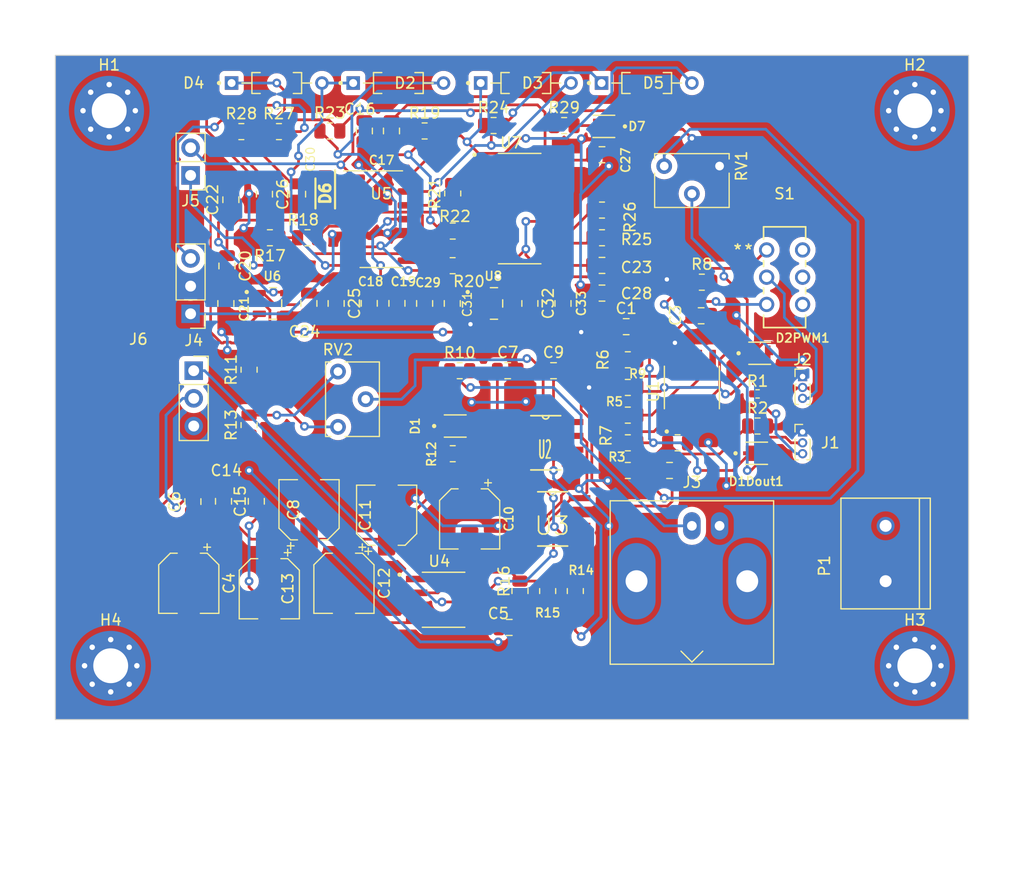
<source format=kicad_pcb>
(kicad_pcb (version 20221018) (generator pcbnew)
  (layers (0 "F.Cu" signal) (31 "B.Cu" signal) (34 "B.Paste" user) (35 "F.Paste" user) (36 "B.SilkS" user "B.Silkscreen") (37 "F.SilkS" user "F.Silkscreen") (38 "B.Mask" user) (39 "F.Mask" user) (44 "Edge.Cuts" user))
  (net 0 "")
  (net 1 "VCC")
  (net 2 "GND")
  (net 3 "/Dout")
  (net 4 "Net-(J1-Pin_2)")
  (net 5 "Net-(J1-Pin_3)")
  (net 6 "/sensor_out")
  (net 7 "Net-(R3-Pad2)")
  (net 8 "-5V")
  (net 9 "+5V")
  (net 10 "Net-(U2-NON-INV._INPUT)")
  (net 11 "Net-(U2-INV._INPUT)")
  (net 12 "Net-(U2-OUTPUT)")
  (net 13 "Net-(U3-CAP+)")
  (net 14 "Net-(U3-CAP-)")
  (net 15 "Net-(J3-In)")
  (net 16 "Net-(J4-Pin_1)")
  (net 17 "Net-(R11-Pad2)")
  (net 18 "Net-(R13-Pad2)")
  (net 19 "Net-(U4-IN-)")
  (net 20 "unconnected-(U2-OFFSET_NULL_2-Pad1)")
  (net 22 "unconnected-(U2-STROBE-Pad8)")
  (net 27 "+3.0V")
  (net 28 "Net-(U6-CFLY+)")
  (net 29 "Net-(U6-CFLY-)")
  (net 30 "Net-(C23-Pad1)")
  (net 31 "Net-(U7-EN1)")
  (net 32 "-3.0V")
  (net 33 "Net-(C26-Pad1)")
  (net 34 "Net-(D6-K)")
  (net 35 "Net-(J5-Pin_1)")
  (net 36 "Net-(J5-Pin_2)")
  (net 37 "Net-(R18-Pad2)")
  (net 38 "Net-(U5A--)")
  (net 39 "Net-(U5D-+)")
  (net 40 "Net-(U7-Q4)")
  (net 41 "Net-(U7-EN2)")
  (net 42 "Net-(U7-EN3)")
  (net 52 "Net-(C2-Pad1)")
  (net 56 "Net-(D2-PadC)")
  (net 57 "Net-(U5B--)")
  (net 58 "Net-(D3-PadC)")
  (net 59 "Net-(U5D--)")
  (net 60 "Net-(D4-PadC)")
  (net 61 "Net-(U1-INA-)")
  (net 62 "Net-(U1-INB+)")
  (net 63 "Net-(U1-INB-)")
  (net 64 "Net-(U1-OUT_A)")
  (net 65 "Net-(U1-INA+)")
  (net 66 "Net-(D1-PadA)")
  (net 67 "Net-(D1Dout1-PadA)")
  (net 68 "Net-(D2PWM1-PadA)")
  (net 69 "Net-(D7-PadA)")
  (footprint "MountingHole:MountingHole_3.2mm_M3_Pad_Via" (layer "F.Cu") (at 114.3 119.52)
    (fp_text reference "H4")
    (fp_text value "MountingHole_Pad")
  )
  (footprint "Resistor_SMD:R_0805_2012Metric" (layer "F.Cu") (at 149.440749 69.94)
    (fp_text reference "R24")
    (fp_text value "10K-1%")
  )
  (footprint "Capacitor_SMD:C_0805_2012Metric" (layer "F.Cu") (at 131.45 76.24 -90)
    (fp_text reference "C30")
    (fp_text value "1uF")
  )
  (footprint "Capacitor_SMD:C_0805_2012Metric" (layer "F.Cu") (at 124.97 82.83 -90)
    (fp_text reference "C20")
    (fp_text value "10uF")
  )
  (footprint "Capacitor_SMD:CP_Elec_5x3" (layer "F.Cu") (at 139.6238 105.705 90)
    (fp_text reference "C11")
    (fp_text value "10uF")
  )
  (footprint "Resistor_SMD:R_0805_2012Metric" (layer "F.Cu") (at 173.6705 97.52)
    (fp_text reference "R2")
    (fp_text value "4.7K")
  )
  (footprint "CD4060BM:SOIC127P600X175-16N" (layer "F.Cu") (at 151.835 77.565)
    (fp_text reference "U7")
    (fp_text value "CD4060BM")
  )
  (footprint "Resistor_SMD:R_0805_2012Metric" (layer "F.Cu") (at 145.69 79.626827)
    (fp_text reference "R22")
    (fp_text value "100K-1%")
  )
  (footprint "Capacitor_SMD:C_0805_2012Metric" (layer "F.Cu") (at 159.39 85.32)
    (fp_text reference "C28")
    (fp_text value "100nF")
  )
  (footprint "Capacitor_SMD:C_0805_2012Metric" (layer "F.Cu") (at 124.87 86.27 -90)
    (fp_text reference "C21")
    (fp_text value "100nF")
  )
  (footprint "Resistor_SMD:R_0805_2012Metric" (layer "F.Cu") (at 132.3625 80.24)
    (fp_text reference "R18")
    (fp_text value "5.6K-1%")
  )
  (footprint "Capacitor_SMD:C_0805_2012Metric" (layer "F.Cu") (at 150.88 116.005)
    (fp_text reference "C5")
    (fp_text value "100nF")
  )
  (footprint "Resistor_SMD:R_0805_2012Metric" (layer "F.Cu") (at 127 92.3525 90)
    (fp_text reference "R11")
    (fp_text value "1k")
  )
  (footprint "CA3140AMZ:SOIC127P600X175-8N" (layer "F.Cu") (at 154.225 99.06)
    (fp_text reference "U2")
    (fp_text value "CA3140AMZ")
  )
  (footprint "282837-2:TE_282837-2" (layer "F.Cu") (at 185.42 109.22 90)
    (fp_text reference "P1")
    (fp_text value "282837-2")
  )
  (footprint "Potentiometer_THT:Potentiometer_Vishay_T73XX_Horizontal" (layer "F.Cu") (at 170.18 73.66 -90)
    (fp_text reference "RV1")
    (fp_text value "10K")
  )
  (footprint "Connector_PinHeader_1.00mm:PinHeader_1x03_P1.00mm_Vertical" (layer "F.Cu") (at 177.8 92.98)
    (fp_text reference "J2")
    (fp_text value "Conn_01x03_Pin")
  )
  (footprint "Capacitor_SMD:C_0805_2012Metric" (layer "F.Cu") (at 124.6538 104.4275 90)
    (fp_text reference "C14")
    (fp_text value "100nF")
  )
  (footprint "Resistor_SMD:R_0805_2012Metric" (layer "F.Cu") (at 129.74125 70.49875)
    (fp_text reference "R27")
    (fp_text value "10K-1%")
  )
  (footprint "Capacitor_SMD:CP_Elec_5x3" (layer "F.Cu") (at 147.2438 106.045 -90)
    (fp_text reference "C10")
    (fp_text value "100uF")
  )
  (footprint "Capacitor_SMD:C_0805_2012Metric" (layer "F.Cu") (at 143.11 86.27 -90)
    (fp_text reference "C29")
    (fp_text value "10uF")
  )
  (footprint "Connector_PinHeader_2.54mm:PinHeader_1x02_P2.54mm_Vertical" (layer "F.Cu") (at 121.6325 74.52 180)
    (fp_text reference "J5")
    (fp_text value "Conn_01x02_Pin")
  )
  (footprint "MP-2016-1100-27-90:LED_MP-2016-1100-27-90" (layer "F.Cu") (at 173.58 100.02 180)
    (fp_text reference "D1Dout1")
    (fp_text value "MP-2016-1100-27-90")
  )
  (footprint "Capacitor_SMD:C_0805_2012Metric" (layer "F.Cu") (at 159.39 72.62)
    (fp_text reference "C27")
    (fp_text value "100nF")
  )
  (footprint "Resistor_SMD:R_0402_1005Metric" (layer "F.Cu") (at 173.6705 94.57)
    (fp_text reference "R1")
    (fp_text value "500R")
  )
  (footprint "Resistor_SMD:R_0805_2012Metric" (layer "F.Cu") (at 159.39 80.24 180)
    (fp_text reference "R25")
    (fp_text value "10K-1%")
  )
  (footprint "ADM8660ARZ:SOIC127P600X175-8N" (layer "F.Cu") (at 154.8638 106.045)
    (fp_text reference "U3")
    (fp_text value "ADM8660ARZ")
  )
  (footprint "Capacitor_SMD:C_0805_2012Metric" (layer "F.Cu") (at 168.49 87.4)
    (fp_text reference "C3")
    (fp_text value "100nF")
  )
  (footprint "Capacitor_SMD:CP_Elec_5x3" (layer "F.Cu") (at 132.5038 105.205 90)
    (fp_text reference "C8")
    (fp_text value "10uF")
  )
  (footprint "Capacitor_SMD:C_0805_2012Metric" (layer "F.Cu") (at 140.57 86.26 -90)
    (fp_text reference "C19")
    (fp_text value "100nF")
  )
  (footprint "Capacitor_SMD:C_0805_2012Metric" (layer "F.Cu") (at 127.6638 104.4275 90)
    (fp_text reference "C15")
    (fp_text value "100nF")
  )
  (footprint "MountingHole:MountingHole_3.2mm_M3_Pad_Via" (layer "F.Cu") (at 188.1 68.58)
    (fp_text reference "H2")
    (fp_text value "MountingHole_Pad")
  )
  (footprint "1N4148:DIOAD829W49L456D191" (layer "F.Cu") (at 140.7 66.04)
    (fp_text reference "D2")
    (fp_text value "1N4148")
  )
  (footprint "Connector_PinSocket_2.54mm:PinSocket_1x03_P2.54mm_Vertical" (layer "F.Cu") (at 121.92 92.44)
    (fp_text reference "J4")
    (fp_text value "Conn_01x03_Pin")
  )
  (footprint "MountingHole:MountingHole_3.2mm_M3_Pad_Via" (layer "F.Cu") (at 114.16 68.58)
    (fp_text reference "H1")
    (fp_text value "MountingHole_Pad")
  )
  (footprint "TL081BCDG4:SOIC127P599X175-8N" (layer "F.Cu") (at 144.85 113.465)
    (fp_text reference "U4")
    (fp_text value "TL081BCDG4")
  )
  (footprint "Resistor_SMD:R_0805_2012Metric" (layer "F.Cu") (at 146.3325 92.44)
    (fp_text reference "R10")
    (fp_text value "4.7M")
  )
  (footprint "Resistor_SMD:R_0805_2012Metric" (layer "F.Cu") (at 151.8625 112.665 -90)
    (fp_text reference "R16")
    (fp_text value "30K")
  )
  (footprint "Capacitor_SMD:CP_Elec_5x3" (layer "F.Cu") (at 135.7063 111.9525 -90)
    (fp_text reference "C12")
    (fp_text value "100uF")
  )
  (footprint "Capacitor_SMD:C_0805_2012Metric" (layer "F.Cu") (at 159.39 82.78 180)
    (fp_text reference "C23")
    (fp_text value "1nF")
  )
  (footprint "Resistor_SMD:R_0805_2012Metric" (layer "F.Cu") (at 161.76 101.6)
    (fp_text reference "R3")
    (fp_text value "22R")
  )
  (footprint "Resistor_SMD:R_0805_2012Metric" (layer "F.Cu") (at 143.1125 70.44)
    (fp_text reference "R19")
    (fp_text value "6.8K-1%")
  )
  (footprint "Resistor_SMD:R_0805_2012Metric" (layer "F.Cu") (at 166.3275 99.06)
    (fp_text reference "R4" hide)
    (fp_text value "10K")
  )
  (footprint "Resistor_SMD:R_0805_2012Metric" (layer "F.Cu") (at 134.4125 70.44)
    (fp_text reference "R23")
    (fp_text value "10K-1%")
  )
  (footprint "MP-2016-1100-27-90:LED_MP-2016-1100-27-90" (layer "F.Cu") (at 173.86 90.84 180)
    (fp_text reference "D2PWM1")
    (fp_text value "MP-2016-1100-27-90")
  )
  (footprint "Capacitor_SMD:C_0805_2012Metric" (layer "F.Cu") (at 138.03 86.26 -90)
    (fp_text reference "C18")
    (fp_text value "4.7uF")
  )
  (footprint "Capacitor_SMD:C_0805_2012Metric" (layer "F.Cu") (at 154.9412 92.44)
    (fp_text reference "C9")
    (fp_text value "1uF")
  )
  (footprint "Capacitor_SMD:C_0805_2012Metric" (layer "F.Cu") (at 121.8438 104.455 90)
    (fp_text reference "C6")
    (fp_text value "100nF")
  )
  (footprint "MP-2016-1100-27-90:LED_MP-2016-1100-27-90" (layer "F.Cu") (at 159.56 70.02)
    (fp_text reference "D7")
    (fp_text value "MP-2016-1100-27-90")
  )
  (footprint "footprints:SWITCH_011CQN" (layer "F.Cu") (at 174.5 81.36)
    (fp_text reference "S1")
    (fp_text value "JS202011CQN")
  )
  (footprint "Resistor_SMD:R_0805_2012Metric" (layer "F.Cu") (at 156.9425 112.665 90)
    (fp_text reference "R14")
    (fp_text value "30K")
  )
  (footprint "TLV73330PDBVR:SOT95P280X145-5N" (layer "F.Cu") (at 149.475 86.27)
    (fp_text reference "U8")
    (fp_text value "TLV73330PDBVR")
  )
  (footprint "Resistor_SMD:R_0805_2012Metric" (layer "F.Cu") (at 145.6825 82.801827 180)
    (fp_text reference "R20")
    (fp_text value "10K-1%")
  )
  (footprint "Connector_PinHeader_1.00mm:PinHeader_1x03_P1.00mm_Vertical" (layer "F.Cu") (at 177.8 98.06)
    (fp_text reference "J1")
    (fp_text value "Conn_01x03_Pin")
  )
  (footprint "Resistor_SMD:R_0805_2012Metric" (layer "F.Cu") (at 145.69 76.174327 90)
    (fp_text reference "R21")
    (fp_text value "10K-1%")
  )
  (footprint "Capacitor_SMD:C_0805_2012Metric" (layer "F.Cu") (at 145.65 86.27 -90)
    (fp_text reference "C31")
    (fp_text value "100nF")
  )
  (footprint "Capacitor_SMD:C_0805_2012Metric" (layer "F.Cu") (at 150.735 92.44)
    (fp_text reference "C7")
    (fp_text value "2.2nF")
  )
  (footprint "Capacitor_SMD:C_0805_2012Metric" (layer "F.Cu") (at 132.49 86.27 -90)
    (fp_text reference "C24")
    (fp_text value "10uF")
  )
  (footprint "1N4148:DIOAD829W49L456D191" (layer "F.Cu") (at 129.54 66.04)
    (fp_text reference "D4")
    (fp_text value "1N4148")
  )
  (footprint "Resistor_SMD:R_0805_2012Metric" (layer "F.Cu") (at 155.915 69.945)
    (fp_text reference "R29")
    (fp_text value "5.6K-1%")
  )
  (footprint "Resistor_SMD:R_0805_2012Metric" (layer "F.Cu") (at 145.6925 100.06)
    (fp_text reference "R12")
    (fp_text value "1K")
  )
  (footprint "Package_SO:SOIC-14_3.9x8.7mm_P1.27mm" (layer "F.Cu") (at 139.135 78.535)
    (fp_text reference "U5")
    (fp_text value "LMV324")
  )
  (footprint "Resistor_SMD:R_0805_2012Metric" (layer "F.Cu") (at 128.91 80.24 180)
    (fp_text reference "R17")
    (fp_text value "1M-1%")
  )
  (footprint "Capacitor_SMD:CP_Elec_5x3" (layer "F.Cu") (at 128.8563 112.4525 -90)
    (fp_text reference "C13")
    (fp_text value "10uF")
  )
  (footprint "Resistor_SMD:R_0805_2012Metric" (layer "F.Cu") (at 161.76 91.44)
    (fp_text reference "R6")
    (fp_text value "1K")
  )
  (footprint "1N4148:DIOAD829W49L456D191" (layer "F.Cu") (at 152.4 66.04)
    (fp_text reference "D3")
    (fp_text value "1N4148")
  )
  (footprint "Capacitor_SMD:C_0805_2012Metric" (layer "F.Cu") (at 134.99 86.27 -90)
    (fp_text reference "C25")
    (fp_text value "100nF")
  )
  (footprint "Resistor_SMD:R_0805_2012Metric" (layer "F.Cu") (at 154.4025 112.665 -90)
    (fp_text reference "R15")
    (fp_text value "75K")
  )
  (footprint "MP-2016-1100-27-90:LED_MP-2016-1100-27-90" (layer "F.Cu") (at 145.92 97.52 180)
    (fp_text reference "D1")
    (fp_text value "MP-2016-1100-27-90")
  )
  (footprint "Connector_PinHeader_2.54mm:PinHeader_1x03_P2.54mm_Vertical" (layer "F.Cu") (at 121.6325 87.22 180)
    (fp_text reference "J6")
    (fp_text value "Conn_01x03_Pin")
  )
  (footprint "Capacitor_SMD:C_0805_2012Metric" (layer "F.Cu") (at 137.58 70.44 -90)
    (fp_text reference "C16")
    (fp_text value "4.7uF")
  )
  (footprint "MountingHole:MountingHole_3.2mm_M3_Pad_Via" (layer "F.Cu") (at 188.1 119.52)
    (fp_text reference "H3")
    (fp_text value "MountingHole_Pad")
  )
  (footprint "Capacitor_SMD:C_0805_2012Metric" (layer "F.Cu") (at 140.07 70.44 -90)
    (fp_text reference "C17")
    (fp_text value "100nF")
  )
  (footprint "Capacitor_SMD:C_0805_2012Metric" (layer "F.Cu") (at 128.41 76.24 -90)
    (fp_text reference "C26")
    (fp_text value "1uF")
  )
  (footprint "KiCad1N5819W:SODFL3618X110N" (layer "F.Cu") (at 133.99 76.175 -90)
    (fp_text reference "D6")
    (fp_text value "1N5819W" hide)
  )
  (footprint "Capacitor_SMD:C_0805_2012Metric" (layer "F.Cu") (at 155.81 86.27 -90)
    (fp_text reference "C33")
    (fp_text value "100nF")
  )
  (footprint "Capacitor_SMD:C_0805_2012Metric" (layer "F.Cu") (at 161.61 88.4)
    (fp_text reference "C1")
    (fp_text value "10uF")
  )
  (footprint "Resistor_SMD:R_0805_2012Metric" (layer "F.Cu") (at 159.39 77.7 180)
    (fp_text reference "R26")
    (fp_text value "100K-1%")
  )
  (footprint "Capacitor_SMD:C_0805_2012Metric" (layer "F.Cu") (at 152.77 86.27 -90)
    (fp_text reference "C32")
    (fp_text value "10uF")
  )
  (footprint "Capacitor_SMD:C_0805_2012Metric" (layer "F.Cu") (at 165.59 101.6)
    (fp_text reference "C2" hide)
    (fp_text value "100nF")
  )
  (footprint "Capacitor_SMD:CP_Elec_5x3" (layer "F.Cu") (at 121.4663 111.9525 -90)
    (fp_text reference "C4")
    (fp_text value "10uF")
  )
  (footprint "Resistor_SMD:R_0805_2012Metric" (layer "F.Cu") (at 126.28875 70.49875)
    (fp_text reference "R28")
    (fp_text value "10K-1%")
  )
  (footprint "TPS60400DBVR:SOT95P280X145-5N" (layer "F.Cu") (at 129.195 86.27)
    (fp_text reference "U6")
    (fp_text value "TPS60400DBVR")
  )
  (footprint "Resistor_SMD:R_0805_2012Metric" (layer "F.Cu") (at 127 97.4325 90)
    (fp_text reference "R13")
    (fp_text value "2.2K")
  )
  (footprint "1N4148:DIOAD829W49L456D191" (layer "F.Cu") (at 163.494 66.04)
    (fp_text reference "D5")
    (fp_text value "1N4148")
  )
  (footprint "Potentiometer_THT:Potentiometer_Vishay_T73XX_Horizontal" (layer "F.Cu") (at 135.16 92.52)
    (fp_text reference "RV2")
    (fp_text value "5K")
  )
  (footprint "LMV358IDR:SOIC127P599X175-8N" (layer "F.Cu") (at 167.64 93.98 90)
    (fp_text reference "U1")
    (fp_text value "LMV358IDR")
  )
  (footprint "Resistor_SMD:R_0805_2012Metric" (layer "F.Cu") (at 168.5525 84.32)
    (fp_text reference "R8")
    (fp_text value "1K")
  )
  (footprint "Capacitor_SMD:C_0805_2012Metric" (layer "F.Cu") (at 125.33 76.75 90)
    (fp_text reference "C22")
    (fp_text value "10uF")
  )
  (footprint "Resistor_SMD:R_0805_2012Metric" (layer "F.Cu") (at 161.76 99.06)
    (fp_text reference "R7")
    (fp_text value "100R")
  )
  (footprint "Resistor_SMD:R_0805_2012Metric" (layer "F.Cu") (at 161.76 96.52)
    (fp_text reference "R5")
    (fp_text value "10K")
  )
  (footprint "Connector_Coaxial:BNC_Amphenol_B6252HB-NPP3G-50_Horizontal" (layer "F.Cu") (at 167.64 106.68 180)
    (fp_text reference "J3")
    (fp_text value "Conn_Coaxial")
  )
  (footprint "Resistor_SMD:R_0805_2012Metric" (layer "F.Cu") (at 161.76 93.98)
    (fp_text reference "R9")
    (fp_text value "1K")
  )
  (gr_rect (start 109.22 63.5) (end 193.04 124.46) (stroke (width 0.1)) (fill none) (layer "Edge.Cuts"))
  (segment (start 165.165 70.28) (end 166.8 70.28) (width 0.25) (layer "F.Cu") (net 1))
  (segment (start 160.66 88.4) (end 157.98 88.4) (width 0.25) (layer "F.Cu") (net 1))
  (segment (start 148.36 85.32) (end 149.86 83.82) (width 0.25) (layer "F.Cu") (net 1))
  (segment (start 165.735 90.2296) (end 166.0823 89.8823) (width 0.25) (layer "F.Cu") (net 1))
  (segment (start 148.22 87.2755) (end 147.32 88.1755) (width 0.25) (layer "F.Cu") (net 1))
  (segment (start 165.6 84.32) (end 165.342299 84.062299) (width 0.25) (layer "F.Cu") (net 1))
  (segment (start 165.735 91.51) (end 165.735 90.2296) (width 0.25) (layer "F.Cu") (net 1))
  (segment (start 165.165 70.28) (end 163.465 68.58) (width 0.25) (layer "F.Cu") (net 1))
  (segment (start 160.8475 93.98) (end 158.2045 93.98) (width 0.25) (layer "F.Cu") (net 1))
  (segment (start 148.22 87.22) (end 148.22 87.2755) (width 0.25) (layer "F.Cu") (net 1))
  (segment (start 167.64 84.32) (end 165.6 84.32) (width 0.25) (layer "F.Cu") (net 1))
  (segment (start 166.8 70.28) (end 167.64 71.12) (width 0.25) (layer "F.Cu") (net 1))
  (segment (start 163.465 68.58) (end 154.94 68.58) (width 0.25) (layer "F.Cu") (net 1))
  (segment (start 143.11 85.32) (end 145.65 85.32) (width 0.25) (layer "F.Cu") (net 1))
  (segment (start 145.65 85.32) (end 148.22 85.32) (width 0.25) (layer "F.Cu") (net 1))
  (segment (start 155.0025 69.945) (end 155.0025 68.6425) (width 0.25) (layer "F.Cu") (net 1))
  (segment (start 157.98 88.4) (end 157.48 88.9) (width 0.25) (layer "F.Cu") (net 1))
  (segment (start 155.0025 68.6425) (end 154.94 68.58) (width 0.25) (layer "F.Cu") (net 1))
  (segment (start 148.22 85.32) (end 148.36 85.32) (width 0.25) (layer "F.Cu") (net 1))
  (via (at 158.2045 93.98) (size 0.8) (drill 0.4) (layers "F.Cu" "B.Cu") (net 1))
  (via (at 165.342299 84.062299) (size 0.8) (drill 0.4) (layers "F.Cu" "B.Cu") (net 1))
  (via (at 157.48 88.9) (size 0.8) (drill 0.4) (layers "F.Cu" "B.Cu") (net 1))
  (via (at 154.94 68.58) (size 0.8) (drill 0.4) (layers "F.Cu" "B.Cu") (net 1))
  (via (at 167.64 71.12) (size 0.8) (drill 0.4) (layers "F.Cu" "B.Cu") (net 1))
  (via (at 166.0823 89.8823) (size 0.8) (drill 0.4) (layers "F.Cu" "B.Cu") (net 1))
  (via (at 149.86 83.82) (size 0.8) (drill 0.4) (layers "F.Cu" "B.Cu") (net 1))
  (via (at 147.32 88.1755) (size 0.8) (drill 0.4) (layers "F.Cu" "B.Cu") (net 1))
  (segment (start 167.64 71.12) (end 170.18 73.66) (width 0.25) (layer "B.Cu") (net 1))
  (segment (start 176.235 89.875) (end 174.97598 89.875) (width 0.25) (layer "F.Cu") (net 2))
  (segment (start 159.280478 71.143126) (end 157.49244 71.143126) (width 0.25) (layer "F.Cu") (net 2))
  (segment (start 140.57 87.21) (end 140.58 87.22) (width 0.25) (layer "F.Cu") (net 2))
  (segment (start 136.66 77.265) (end 136.225 77.7) (width 0.25) (layer "F.Cu") (net 2))
  (segment (start 131.9763 103.4775) (end 132.0038 103.505) (width 0.25) (layer "F.Cu") (net 2))
  (segment (start 138.635 77.265) (end 139.7 76.2) (width 0.25) (layer "F.Cu") (net 2))
  (segment (start 137.58 71.39) (end 140.07 71.39) (width 0.25) (layer "F.Cu") (net 2))
  (segment (start 140.58 87.22) (end 143.11 87.22) (width 0.25) (layer "F.Cu") (net 2))
  (segment (start 127.9975 80.24) (end 127.9975 80.7625) (width 0.25) (layer "F.Cu") (net 2))
  (segment (start 160.58 69.945) (end 160.478604 69.945) (width 0.25) (layer "F.Cu") (net 2))
  (segment (start 166.54 101.6) (end 167.09 102.15) (width 0.25) (layer "F.Cu") (net 2))
  (segment (start 150.5055 117.3295) (end 151.83 116.005) (width 0.25) (layer "F.Cu") (net 2))
  (segment (start 160.02 106.68) (end 158.75 105.41) (width 0.25) (layer "F.Cu") (net 2))
  (segment (start 124.87 88.49) (end 124.472299 88.887701) (width 0.25) (layer "F.Cu") (net 2))
  (segment (start 136.66 79.805) (end 134.734598 79.805) (width 0.25) (layer "F.Cu") (net 2))
  (segment (start 155.665 104.455004) (end 155.665 103.8826) (width 0.25) (layer "F.Cu") (net 2))
  (segment (start 170.80416 103.000303) (end 170.18 103.624463) (width 0.25) (layer "F.Cu") (net 2))
  (segment (start 137.060398 71.909602) (end 137.58 71.39) (width 0.25) (layer "F.Cu") (net 2))
  (segment (start 139.6238 103.505) (end 140.2588 104.14) (width 0.25) (layer "F.Cu") (net 2))
  (segment (start 169.545 98.629985) (end 169.545 96.52) (width 0.25) (layer "F.Cu") (net 2))
  (segment (start 160.478604 69.945) (end 159.280478 71.143126) (width 0.25) (layer "F.Cu") (net 2))
  (segment (start 158.44 85.32) (end 158.197469 85.32) (width 0.25) (layer "F.Cu") (net 2))
  (segment (start 155.665 103.8826) (end 156.286502 103.261098) (width 0.25) (layer "F.Cu") (net 2))
  (segment (start 174.96098 89.86) (end 174.22902 89.86) (width 0.25) (layer "F.Cu") (net 2))
  (segment (start 160.02 73.66) (end 160.02 72.94) (width 0.25) (layer "F.Cu") (net 2))
  (segment (start 149.86 117.3295) (end 150.5055 117.3295) (width 0.25) (layer "F.Cu") (net 2))
  (segment (start 160.8475 101.6) (end 159.92145 102.52605) (width 0.25) (layer "F.Cu") (net 2))
  (segment (start 124.6538 103.4775) (end 125.1225 103.4775) (width 0.25) (layer "F.Cu") (net 2))
  (segment (start 169.44 87.4) (end 171.68 87.4) (width 0.25) (layer "F.Cu") (net 2))
  (segment (start 173.26 90.82902) (end 173.26 90.84) (width 0.25) (layer "F.Cu") (net 2))
  (segment (start 151.685 92.44) (end 152.4 93.155) (width 0.25) (layer "F.Cu") (net 2))
  (segment (start 174.22902 89.86) (end 173.26 90.82902) (width 0.25) (layer "F.Cu") (net 2))
  (segment (start 171.68 87.4) (end 171.72 87.36) (width 0.25) (layer "F.Cu") (net 2))
  (segment (start 140.0538 114.1) (end 135.7063 109.7525) (width 0.25) (layer "F.Cu") (net 2))
  (segment (start 152.4 93.155) (end 152.4 95.276098) (width 0.25) (layer "F.Cu") (net 2))
  (segment (start 127.9975 80.7625) (end 124.98 83.78) (width 0.25) (layer "F.Cu") (net 2))
  (segment (start 158.197469 85.32) (end 157.421969 84.5445) (width 0.25) (layer "F.Cu") (net 2))
  (segment (start 136.225 77.7) (end 133.99 77.7) (width 0.25) (layer "F.Cu") (net 2))
  (segment (start 143.11 87.22) (end 145.65 87.22) (width 0.25) (layer "F.Cu") (net 2))
  (segment (start 141.61 79.805) (end 139.7 79.805) (width 0.25) (layer "F.Cu") (net 2))
  (segment (start 156.286502 103.261098) (end 157.2799 103.261098) (width 0.25) (layer "F.Cu") (net 2))
  (segment (start 167.09 102.15) (end 170.18 105.24) (width 0.25) (layer "F.Cu") (net 2))
  (segment (start 177.8 91.44) (end 176.235 89.875) (width 0.25) (layer "F.Cu") (net 2))
  (segment (start 136.66 79.805) (end 139.7 79.805) (width 0.25) (layer "F.Cu") (net 2))
  (segment (start 158.75 105.41) (end 157.3276 105.41) (width 0.25) (layer "F.Cu") (net 2))
  (segment (start 124.98 83.78) (end 124.97 83.78) (width 0.25) (layer "F.Cu") (net 2))
  (segment (start 148.22 86.27) (end 146.6 86.27) (width 0.25) (layer "F.Cu") (net 2))
  (segment (start 140.2588 104.14) (end 142.24 104.14) (width 0.25) (layer "F.Cu") (net 2))
  (segment (start 125 91.265) (end 127 93.265) (width 0.25) (layer "F.Cu") (net 2))
  (segment (start 170.18 103.624463) (end 170.18 105.24) (width 0.25) (layer "F.Cu") (net 2))
  (segment (start 125 90.552) (end 125 91.265) (width 0.25) (layer "F.Cu") (net 2))
  (segment (start 174.97598 89.875) (end 174.96098 89.86) (width 0.25) (layer "F.Cu") (net 2))
  (segment (start 142.38 114.1) (end 140.0538 114.1) (width 0.25) (layer "F.Cu") (net 2))
  (segment (start 145.32 97.08) (end 145.32 97.52) (width 0.25) (layer "F.Cu") (net 2))
  (segment (start 134.734598 79.805) (end 134.627549 79.912049) (width 0.25) (layer "F.Cu") (net 2))
  (segment (start 127.42 76.2) (end 128.41 77.19) (width 0.25) (layer "F.Cu") (net 2))
  (segment (start 127.3855 80.24) (end 126.5 79.3545) (width 0.25) (layer "F.Cu") (net 2))
  (segment (start 153.440004 106.68) (end 155.665 104.455004) (width 0.25) (layer "F.Cu") (net 2))
  (segment (start 137.060398 73.559693) (end 137.060398 71.909602) (width 0.25) (layer "F.Cu") (net 2))
  (segment (start 121.4663 105.7825) (end 121.8438 105.405) (width 0.25) (layer "F.Cu") (net 2))
  (segment (start 170.18 105.24) (end 170.18 106.68) (width 0.25) (layer "F.Cu") (net 2))
  (segment (start 147.06226 95.33774) (end 145.32 97.08) (width 0.25) (layer "F.Cu") (net 2))
  (segment (start 160.02 72.94) (end 160.34 72.62) (width 0.25) (layer "F.Cu") (net 2))
  (segment (start 125.1225 103.4775) (end 127 101.6) (width 0.25) (layer "F.Cu") (net 2))
  (segment (start 146.6 86.27) (end 145.65 87.22) (width 0.25) (layer "F.Cu") (net 2))
  (segment (start 124.87 87.22) (end 124.87 88.49) (width 0.25) (layer "F.Cu") (net 2))
  (segment (start 149.86 106.68) (end 152.4 106.68) (width 0.25) (layer "F.Cu") (net 2))
  (segment (start 152.4 106.68) (end 153.440004 106.68) (width 0.25) (layer "F.Cu") (net 2))
  (segment (start 127.9975 80.24) (end 127.3855 80.24) (width 0.25) (layer "F.Cu") (net 2))
  (segment (start 136.66 77.265) (end 138.635 77.265) (width 0.25) (layer "F.Cu") (net 2))
  (segment (start 147.42768 95.33774) (end 147.06226 95.33774) (width 0.25) (layer "F.Cu") (net 2))
  (segment (start 169.545 97.629985) (end 169.545 96.45) (width 0.25) (layer "F.Cu") (net 2))
  (segment (start 169.139985 99.035) (end 169.545 98.629985) (width 0.25) (layer "F.Cu") (net 2))
  (segment (start 127 76.2) (end 127.42 76.2) (width 0.25) (layer "F.Cu") (net 2))
  (via (at 147.42768 95.33774) (size 0.8) (drill 0.4) (layers "F.Cu" "B.Cu") (net 2))
  (via (at 177.8 91.44) (size 0.8) (drill 0.4) (layers "F.Cu" "B.Cu") (net 2))
  (via (at 149.86 106.68) (size 0.8) (drill 0.4) (layers "F.Cu" "B.Cu") (net 2))
  (via (at 127 101.6) (size 0.8) (drill 0.4) (layers "F.Cu" "B.Cu") (net 2))
  (via (at 137.060398 73.559693) (size 0.8) (drill 0.4) (layers "F.Cu" "B.Cu") (net 2))
  (via (at 139.7 76.2) (size 0.8) (drill 0.4) (layers "F.Cu" "B.Cu") (net 2))
  (via (at 157.49244 71.143126) (size 0.8) (drill 0.4) (layers "F.Cu" "B.Cu") (net 2))
  (via (at 124.472299 88.887701) (size 0.8) (drill 0.4) (layers "F.Cu" "B.Cu") (net 2))
  (via (at 126.5 79.3545) (size 0.8) (drill 0.4) (layers "F.Cu" "B.Cu") (net 2))
  (via (at 171.72 87.36) (size 0.8) (drill 0.4) (layers "F.Cu" "B.Cu") (net 2))
  (via (at 169.139985 99.035) (size 0.8) (drill 0.4) (layers "F.Cu" "B.Cu") (net 2))
  (via (at 160.02 106.68) (size 0.8) (drill 0.4) (layers "F.Cu" "B.Cu") (net 2))
  (via (at 149.86 117.3295) (size 0.8) (drill 0.4) (layers "F.Cu" "B.Cu") (net 2))
  (via (at 139.7 79.805) (size 0.8) (drill 0.4) (layers "F.Cu" "B.Cu") (net 2))
  (via (at 170.80416 103.000303) (size 0.8) (drill 0.4) (layers "F.Cu" "B.Cu") (net 2))
  (via (at 142.24 104.14) (size 0.8) (drill 0.4) (layers "F.Cu" "B.Cu") (net 2))
  (via (at 152.4 95.276098) (size 0.8) (drill 0.4) (layers "F.Cu" "B.Cu") (net 2))
  (via (at 134.627549 79.912049) (size 0.8) (drill 0.4) (layers "F.Cu" "B.Cu") (net 2))
  (via (at 157.421969 84.5445) (size 0.8) (drill 0.4) (layers "F.Cu" "B.Cu") (net 2))
  (via (at 159.92145 102.52605) (size 0.8) (drill 0.4) (layers "F.Cu" "B.Cu") (net 2))
  (via (at 157.2799 103.261098) (size 0.8) (drill 0.4) (layers "F.Cu" "B.Cu") (net 2))
  (via (at 127 76.2) (size 0.8) (drill 0.4) (layers "F.Cu" "B.Cu") (net 2))
  (via (at 125 90.552) (size 0.8) (drill 0.4) (layers "F.Cu" "B.Cu") (net 2))
  (via (at 160.02 73.66) (size 0.8) (drill 0.4) (layers "F.Cu" "B.Cu") (net 2))
  (segment (start 171.72 87.36) (end 175.8 91.44) (width 0.25) (layer "B.Cu") (net 2))
  (segment (start 127 101.6) (end 142.7295 117.3295) (width 0.25) (layer "B.Cu") (net 2))
  (segment (start 157.48 71.155566) (end 157.49244 71.143126) (width 0.25) (layer "B.Cu") (net 2))
  (segment (start 157.2799 103.261098) (end 160.02 106.001198) (width 0.25) (layer "B.Cu") (net 2))
  (segment (start 157.48 76.2) (end 157.48 71.155566) (width 0.25) (layer "B.Cu") (net 2))
  (segment (start 140.425 79.08) (end 140.425 76.925) (width 0.25) (layer "B.Cu") (net 2))
  (segment (start 142.7295 117.3295) (end 149.86 117.3295) (width 0.25) (layer "B.Cu") (net 2))
  (segment (start 144.78 106.68) (end 149.86 106.68) (width 0.25) (layer "B.Cu") (net 2))
  (segment (start 137.060398 73.560398) (end 137.060398 73.559693) (width 0.25) (layer "B.Cu") (net 2))
  (segment (start 134.627549 79.912049) (end 134.627549 79.919598) (width 0.25) (layer "B.Cu") (net 2))
  (segment (start 170.80416 101.000303) (end 170.80416 103.000303) (width 0.25) (layer "B.Cu") (net 2))
  (segment (start 158.014948 102.52605) (end 159.92145 102.52605) (width 0.25) (layer "B.Cu") (net 2))
  (segment (start 124.472299 88.887701) (end 125 89.415402) (width 0.25) (layer "B.Cu") (net 2))
  (segment (start 157.2799 103.261098) (end 158.014948 102.52605) (width 0.25) (layer "B.Cu") (net 2))
  (segment (start 157.48 76.2) (end 160.02 73.66) (width 0.25) (layer "B.Cu") (net 2))
  (segment (start 139.7 79.805) (end 140.425 79.08) (width 0.25) (layer "B.Cu") (net 2))
  (segment (start 134.715 83.080305) (end 130.575305 87.22) (width 0.25) (layer "B.Cu") (net 2))
  (segment (start 152.338358 95.33774) (end 147.42768 95.33774) (width 0.25) (layer "B.Cu") (net 2))
  (segment (start 134.627549 79.912049) (end 134.715 79.9995) (width 0.25) (layer "B.Cu") (net 2))
  (segment (start 169.139985 99.035) (end 169.139985 99.336128) (width 0.25) (layer "B.Cu") (net 2))
  (segment (start 126.5 79.3545) (end 127 78.8545) (width 0.25) (layer "B.Cu") (net 2))
  (segment (start 134.715 79.9995) (end 134.715 83.080305) (width 0.25) (layer "B.Cu") (net 2))
  (segment (start 125 89.415402) (end 125 90.552) (width 0.25) (layer "B.Cu") (net 2))
  (segment (start 169.139985 99.336128) (end 170.80416 101.000303) (width 0.25) (layer "B.Cu") (net 2))
  (segment (start 140.425 76.925) (end 139.7 76.2) (width 0.25) (layer "B.Cu") (net 2))
  (segment (start 142.24 104.14) (end 144.78 106.68) (width 0.25) (layer "B.Cu") (net 2))
  (segment (start 157.421969 84.5445) (end 157.421969 76.258031) (width 0.25) (layer "B.Cu") (net 2))
  (segment (start 139.7 76.2) (end 137.060398 73.560398) (width 0.25) (layer "B.Cu") (net 2))
  (segment (start 127 78.8545) (end 127 76.2) (width 0.25) (layer "B.Cu") (net 2))
  (segment (start 130.575305 87.22) (end 121.6325 87.22) (width 0.25) (layer "B.Cu") (net 2))
  (segment (start 157.421969 76.258031) (end 157.48 76.2) (width 0.25) (layer "B.Cu") (net 2))
  (segment (start 175.8 91.44) (end 177.8 91.44) (width 0.25) (layer "B.Cu") (net 2))
  (segment (start 160.02 106.001198) (end 160.02 106.68) (width 0.25) (layer "B.Cu") (net 2))
  (segment (start 152.4 95.276098) (end 152.338358 95.33774) (width 0.25) (layer "B.Cu") (net 2))
  (segment (start 167.54 87.4) (end 163.747896 91.192104) (width 0.25) (layer "F.Cu") (net 3))
  (segment (start 168.849779 86.090221) (end 169.847467 86.090221) (width 0.25) (layer "F.Cu") (net 3))
  (segment (start 163.747896 91.192104) (end 163.747896 92.2305) (width 0.25) (layer "F.Cu") (net 3))
  (segment (start 172.98 100.02) (end 171.4 101.6) (width 0.25) (layer "F.Cu") (net 3))
  (segment (start 171.4 101.6) (end 168.1395 101.6) (width 0.25) (layer "F.Cu") (net 3))
  (segment (start 162.6725 99.06) (end 164.103 99.06) (width 0.25) (layer "F.Cu") (net 3))
  (segment (start 167.54 87.4) (end 168.849779 86.090221) (width 0.25) (layer "F.Cu") (net 3))
  (via (at 163.747896 92.2305) (size 0.8) (drill 0.4) (layers "F.Cu" "B.Cu") (net 3))
  (via (at 164.103 99.06) (size 0.8) (drill 0.4) (layers "F.Cu" "B.Cu") (net 3))
  (via (at 169.847467 86.090221) (size 0.8) (drill 0.4) (layers "F.Cu" "B.Cu") (net 3))
  (via (at 168.1395 101.6) (size 0.8) (drill 0.4) (layers "F.Cu" "B.Cu") (net 3))
  (segment (start 170.117246 86.36) (end 169.847467 86.090221) (width 0.25) (layer "B.Cu") (net 3))
  (segment (start 163.747896 98.704896) (end 164.103 99.06) (width 0.25) (layer "B.Cu") (net 3))
  (segment (start 166.643 99.06) (end 168.1395 100.5565) (width 0.25) (layer "B.Cu") (net 3))
  (segment (start 168.1395 100.5565) (end 168.1395 101.6) (width 0.25) (layer "B.Cu") (net 3))
  (segment (start 164.103 99.06) (end 166.643 99.06) (width 0.25) (layer "B.Cu") (net 3))
  (segment (start 163.747896 92.2305) (end 163.747896 98.704896) (width 0.25) (layer "B.Cu") (net 3))
  (segment (start 169.847467 86.090221) (end 169.869779 86.090221) (width 0.25) (layer "B.Cu") (net 3))
  (segment (start 174.500001 86.36) (end 170.117246 86.36) (width 0.25) (layer "B.Cu") (net 3))
  (segment (start 160.836827 100.575) (end 163.9 100.575) (width 0.25) (layer "F.Cu") (net 4))
  (segment (start 172.758 97.52) (end 173.783 98.545) (width 0.25) (layer "F.Cu") (net 4))
  (segment (start 165.415 99.06) (end 166.44 100.085) (width 0.25) (layer "F.Cu") (net 4))
  (segment (start 176.7505 99.06) (end 177.35154 99.06) (width 0.25) (layer "F.Cu") (net 4))
  (segment (start 160.8475 96.52) (end 160.01 97.3575) (width 0.25) (layer "F.Cu") (net 4))
  (segment (start 160.8475 96.52) (end 160.5425 96.52) (width 0.25) (layer "F.Cu") (net 4))
  (segment (start 170.193 100.085) (end 172.758 97.52) (width 0.25) (layer "F.Cu") (net 4))
  (segment (start 176.2355 98.545) (end 176.7505 99.06) (width 0.25) (layer "F.Cu") (net 4))
  (segment (start 177.35154 99.06) (end 177.5005 99.20896) (width 0.25) (layer "F.Cu") (net 4))
  (segment (start 160.01 97.3575) (end 160.01 99.748173) (width 0.25) (layer "F.Cu") (net 4))
  (segment (start 173.783 98.545) (end 176.2355 98.545) (width 0.25) (layer "F.Cu") (net 4))
  (segment (start 163.9 100.575) (end 165.415 99.06) (width 0.25) (layer "F.Cu") (net 4))
  (segment (start 166.44 100.085) (end 170.193 100.085) (width 0.25) (layer "F.Cu") (net 4))
  (segment (start 160.01 99.748173) (end 160.836827 100.575) (width 0.25) (layer "F.Cu") (net 4))
  (segment (start 175.356778 96.391585) (end 174.982085 96.391585) (width 0.25) (layer "F.Cu") (net 5))
  (segment (start 174.982085 96.391585) (end 173.1605 94.57) (width 0.25) (layer "F.Cu") (net 5))
  (via (at 175.356778 96.391585) (size 0.8) (drill 0.4) (layers "F.Cu" "B.Cu") (net 5))
  (segment (start 177.19896 100.06) (end 175.356778 98.217818) (width 0.25) (layer "B.Cu") (net 5))
  (segment (start 175.356778 98.217818) (end 175.356778 96.391585) (width 0.25) (layer "B.Cu") (net 5))
  (segment (start 177.8 100.06) (end 177.19896 100.06) (width 0.25) (layer "B.Cu") (net 5))
  (segment (start 174.6 83.86) (end 176.125 85.385) (width 0.25) (layer "B.Cu") (net 6))
  (segment (start 176.125 87.55104) (end 179.05 90.47604) (width 0.25) (layer "B.Cu") (net 6))
  (segment (start 178.360661 94.98) (end 177.8 94.98) (width 0.25) (layer "B.Cu") (net 6))
  (segment (start 176.125 85.385) (end 176.125 87.55104) (width 0.25) (layer "B.Cu") (net 6))
  (segment (start 179.05 90.47604) (end 179.05 94.290661) (width 0.25) (layer "B.Cu") (net 6))
  (segment (start 179.05 94.290661) (end 178.360661 94.98) (width 0.25) (layer "B.Cu") (net 6))
  (segment (start 162.6725 101.6) (end 162.6725 101.7125) (width 0.25) (layer "F.Cu") (net 7))
  (segment (start 162.6725 101.7125) (end 165.1 104.14) (width 0.25) (layer "F.Cu") (net 7))
  (via (at 165.1 104.14) (size 0.8) (drill 0.4) (layers "F.Cu" "B.Cu") (net 7))
  (segment (start 165.1 104.14) (end 180.34 104.14) (width 0.25) (layer "B.Cu") (net 7))
  (segment (start 180.34 104.14) (end 182.88 101.6) (width 0.25) (layer "B.Cu") (net 7))
  (segment (start 165.1 72.641767) (end 165.1 73.66) (width 0.25) (layer "B.Cu") (net 7))
  (segment (start 167.461767 70.28) (end 165.1 72.641767) (width 0.25) (layer "B.Cu") (net 7))
  (segment (start 174.42 70.28) (end 167.461767 70.28) (width 0.25) (layer "B.Cu") (net 7))
  (segment (start 182.88 78.74) (end 174.42 70.28) (width 0.25) (layer "B.Cu") (net 7))
  (segment (start 182.88 101.6) (end 182.88 78.74) (width 0.25) (layer "B.Cu") (net 7))
  (segment (start 154.4025 113.5775) (end 155.39 112.59) (width 0.25) (layer "F.Cu") (net 8))
  (segment (start 157.630673 112.59) (end 157.9675 112.253173) (width 0.25) (layer "F.Cu") (net 8))
  (segment (start 157.9675 112.253173) (end 157.9675 108.5899) (width 0.25) (layer "F.Cu") (net 8))
  (segment (start 143.015 116.005) (end 149.93 116.005) (width 0.25) (layer "F.Cu") (net 8))
  (segment (start 149.93 116.005) (end 151.52 114.415) (width 0.25) (layer "F.Cu") (net 8))
  (segment (start 127.6638 105.3775) (end 127.6638 106.0162) (width 0.25) (layer "F.Cu") (net 8))
  (segment (start 142.38 115.37) (end 142.18 115.57) (width 0.25) (layer "F.Cu") (net 8))
  (segment (start 151.7612 100.965) (end 154.9362 104.14) (width 0.25) (layer "F.Cu") (net 8))
  (segment (start 153.565 114.415) (end 154.4025 113.5775) (width 0.25) (layer "F.Cu") (net 8))
  (segment (start 155.39 112.59) (end 157.630673 112.59) (width 0.25) (layer "F.Cu") (net 8))
  (segment (start 127 111.76) (end 127 112.2962) (width 0.25) (layer "F.Cu") (net 8))
  (segment (start 151.52 114.415) (end 153.565 114.415) (width 0.25) (layer "F.Cu") (net 8))
  (segment (start 156.21 107.95) (end 157.3276 107.95) (width 0.25) (layer "F.Cu") (net 8))
  (segment (start 142.38 115.37) (end 143.015 116.005) (width 0.25) (layer "F.Cu") (net 8))
  (segment (start 128.8563 114.1525) (end 121.4663 114.1525) (width 0.25) (layer "F.Cu") (net 8))
  (segment (start 127 112.2962) (end 128.8563 114.1525) (width 0.25) (layer "F.Cu") (net 8))
  (segment (start 135.7063 114.1525) (end 137.1238 115.57) (width 0.25) (layer "F.Cu") (net 8))
  (segment (start 135.7063 114.1525) (end 128.8563 114.1525) (width 0.25) (layer "F.Cu") (net 8))
  (segment (start 127.6638 106.0162) (end 127 106.68) (width 0.25) (layer "F.Cu") (net 8))
  (segment (start 155.020499 106.760499) (end 156.21 107.95) (width 0.25) (layer "F.Cu") (net 8))
  (segment (start 142.18 115.57) (end 137.1238 115.57) (width 0.25) (layer "F.Cu") (net 8))
  (segment (start 157.9675 108.5899) (end 157.3276 107.95) (width 0.25) (layer "F.Cu") (net 8))
  (segment (start 154.9362 104.14) (end 154.94 104.14) (width 0.25) (layer "F.Cu") (net 8))
  (via (at 154.94 104.14) (size 0.8) (drill 0.4) (layers "F.Cu" "B.Cu") (net 8))
  (via (at 155.020499 106.760499) (size 0.8) (drill 0.4) (layers "F.Cu" "B.Cu") (net 8))
  (via (at 127 106.68) (size 0.8) (drill 0.4) (layers "F.Cu" "B.Cu") (net 8))
  (via (at 127 111.76) (size 0.8) (drill 0.4) (layers "F.Cu" "B.Cu") (net 8))
  (segment (start 127 106.68) (end 127 111.76) (width 0.25) (layer "B.Cu") (net 8))
  (segment (start 154.94 104.14) (end 154.94 106.68) (width 0.25) (layer "B.Cu") (net 8))
  (segment (start 154.94 106.68) (end 155.020499 106.760499) (width 0.25) (layer "B.Cu") (net 8))
  (segment (start 157.48 104.14) (end 157.3276 104.14) (width 0.25) (layer "F.Cu") (net 9))
  (segment (start 153.05 109.22) (end 148.881973 109.22) (width 0.25) (layer "F.Cu") (net 9))
  (segment (start 132.0038 107.905) (end 127.1813 107.905) (width 0.25) (layer "F.Cu") (net 9))
  (segment (start 156.6888 98.425) (end 157.4 98.425) (width 0.25) (layer "F.Cu") (net 9))
  (segment (start 156.6164 104.14) (end 153.7156 107.0408) (width 0.25) (layer "F.Cu") (net 9))
  (segment (start 121.8438 103.505) (end 120.3413 105.0075) (width 0.25) (layer "F.Cu") (net 9))
  (segment (start 153.7156 107.0408) (end 153.7156 108.5544) (width 0.25) (layer "F.Cu") (net 9))
  (segment (start 154.94 109.22) (end 154.94 108.2652) (width 0.25) (layer "F.Cu") (net 9))
  (segment (start 154.94 108.2652) (end 153.7156 107.0408) (width 0.25) (layer "F.Cu") (net 9))
  (segment (start 122.7813 103.505) (end 121.8438 103.505) (width 0.25) (layer "F.Cu") (net 9))
  (segment (start 153.7156 108.5544) (end 153.05 109.22) (width 0.25) (layer "F.Cu") (net 9))
  (segment (start 144.78 102.7488) (end 139.6238 107.905) (width 0.25) (layer "F.Cu") (net 9))
  (segment (start 157.4 98.425) (end 158.0044 99.0294) (width 0.25) (layer "F.Cu") (net 9))
  (segment (start 158.0044 99.0294) (end 158.0044 103.6156) (width 0.25) (layer "F.Cu") (net 9))
  (segment (start 142.1038 110.385) (end 139.6238 107.905) (width 0.25) (layer "F.Cu") (net 9))
  (segment (start 127.1813 107.905) (end 124.6538 105.3775) (width 0.25) (layer "F.Cu") (net 9))
  (segment (start 158.0044 103.6156) (end 157.48 104.14) (width 0.25) (layer "F.Cu") (net 9))
  (segment (start 148.79 112.83) (end 149.86 111.76) (width 0.25) (layer "F.Cu") (net 9))
  (segment (start 157.3276 104.14) (end 156.6164 104.14) (width 0.25) (layer "F.Cu") (net 9))
  (segment (start 132.0038 107.905) (end 139.6238 107.905) (width 0.25) (layer "F.Cu") (net 9))
  (segment (start 124.6538 105.3775) (end 122.7813 103.505) (width 0.25) (layer "F.Cu") (net 9))
  (segment (start 147.32 112.83) (end 148.79 112.83) (width 0.25) (layer "F.Cu") (net 9))
  (segment (start 148.881973 109.22) (end 147.716973 110.385) (width 0.25) (layer "F.Cu") (net 9))
  (segment (start 147.716973 110.385) (end 142.1038 110.385) (width 0.25) (layer "F.Cu") (net 9))
  (segment (start 144.78 100.06) (end 144.78 102.7488) (width 0.25) (layer "F.Cu") (net 9))
  (via (at 149.86 111.76) (size 0.8) (drill 0.4) (layers "F.Cu" "B.Cu") (net 9))
  (via (at 154.94 109.22) (size 0.8) (drill 0.4) (layers "F.Cu" "B.Cu") (net 9))
  (via (at 120.3413 105.0075) (size 0.8) (drill 0.4) (layers "F.Cu" "B.Cu") (net 9))
  (segment (start 119.38 96.52) (end 120.92 94.98) (width 0.25) (layer "B.Cu") (net 9))
  (segment (start 149.86 111.76) (end 152.4 111.76) (width 0.25) (layer "B.Cu") (net 9))
  (segment (start 120.92 94.98) (end 121.92 94.98) (width 0.25) (layer "B.Cu") (net 9))
  (segment (start 120.3413 105.0075) (end 119.38 104.0462) (width 0.25) (layer "B.Cu") (net 9))
  (segment (start 152.4 111.76) (end 154.94 109.22) (width 0.25) (layer "B.Cu") (net 9))
  (segment (start 119.38 104.0462) (end 119.38 96.52) (width 0.25) (layer "B.Cu") (net 9))
  (segment (start 149.785 92.44) (end 147.245 92.44) (width 0.25) (layer "F.Cu") (net 10))
  (segment (start 151.05 99.695) (end 151.7612 99.695) (width 0.25) (layer "F.Cu") (net 10))
  (segment (start 149.785 92.44) (end 149.785 98.43) (width 0.25) (layer "F.Cu") (net 10))
  (segment (start 149.785 98.43) (end 151.05 99.695) (width 0.25) (layer "F.Cu") (net 10))
  (segment (start 152.880274 91.329074) (end 153.9912 92.44) (width 0.25) (layer "F.Cu") (net 11))
  (segment (start 152.498249 91.329074) (end 152.880274 91.329074) (width 0.25) (layer "F.Cu") (net 11))
  (segment (start 152.4724 98.425) (end 153.9912 96.9062) (width 0.25) (layer "F.Cu") (net 11))
  (segment (start 151.7612 98.425) (end 152.4724 98.425) (width 0.25) (layer "F.Cu") (net 11))
  (segment (start 153.9912 96.9062) (end 153.9912 92.44) (width 0.25) (layer "F.Cu") (net 11))
  (via (at 152.498249 91.329074) (size 0.8) (drill 0.4) (layers "F.Cu" "B.Cu") (net 11))
  (segment (start 140.995 95.06) (end 137.7 95.06) (width 0.25) (layer "B.Cu") (net 11))
  (segment (start 142.24 93.815) (end 142.24 91.44) (width 0.25) (layer "B.Cu") (net 11))
  (segment (start 140.995 95.06) (end 142.24 93.815) (width 0.25) (layer "B.Cu") (net 11))
  (segment (start 152.387323 91.44) (end 152.498249 91.329074) (width 0.25) (layer "B.Cu") (net 11))
  (segment (start 142.24 91.44) (end 152.387323 91.44) (width 0.25) (layer "B.Cu") (net 11))
  (segment (start 156.9088 113.665) (end 156.7963 113.7775) (width 0.25) (layer "F.Cu") (net 12))
  (segment (start 154.94 93.3912) (end 154.94 98.6574) (width 0.25) (layer "F.Cu") (net 12))
  (segment (start 116.84 114.7525) (end 116.84 106.970627) (width 0.25) (layer "F.Cu") (net 12))
  (segment (start 154.94 98.6574) (end 155.9776 99.695) (width 0.25) (layer "F.Cu") (net 12))
  (segment (start 154.94 100.7326) (end 154.94 101.6) (width 0.25) (layer "F.Cu") (net 12))
  (segment (start 121.4675 119.38) (end 116.84 114.7525) (width 0.25) (layer "F.Cu") (net 12))
  (segment (start 151.14 119.38) (end 121.4675 119.38) (width 0.25) (layer "F.Cu") (net 12))
  (segment (start 157.4038 113.665) (end 156.9088 113.665) (width 0.25) (layer "F.Cu") (net 12))
  (segment (start 116.84 106.970627) (end 125.465627 98.345) (width 0.25) (layer "F.Cu") (net 12))
  (segment (start 155.9776 99.695) (end 156.6888 99.695) (width 0.25) (layer "F.Cu") (net 12))
  (segment (start 156.9425 113.5775) (end 151.14 119.38) (width 0.25) (layer "F.Cu") (net 12))
  (segment (start 125.465627 98.345) (end 127 98.345) (width 0.25) (layer "F.Cu") (net 12))
  (segment (start 155.8912 92.44) (end 154.94 93.3912) (width 0.25) (layer "F.Cu") (net 12))
  (segment (start 155.9776 99.695) (end 154.94 100.7326) (width 0.25) (layer "F.Cu") (net 12))
  (segment (start 156.9425 116.3025) (end 157.48 116.84) (width 0.25) (layer "F.Cu") (net 12))
  (segment (start 156.9425 113.5775) (end 156.9425 116.3025) (width 0.25) (layer "F.Cu") (net 12))
  (via (at 154.94 101.6) (size 0.8) (drill 0.4) (layers "F.Cu" "B.Cu") (net 12))
  (via (at 157.48 116.84) (size 0.8) (drill 0.4) (layers "F.Cu" "B.Cu") (net 12))
  (segment (start 159.295 115.025) (end 159.295 106.68) (width 0.25) (layer "B.Cu") (net 12))
  (segment (start 154.94 102.325) (end 154.94 101.6) (width 0.25) (layer "B.Cu") (net 12))
  (segment (start 159.295 106.68) (end 154.94 102.325) (width 0.25) (layer "B.Cu") (net 12))
  (segment (start 157.48 116.84) (end 159.295 115.025) (width 0.25) (layer "B.Cu") (net 12))
  (segment (start 148.8088 105.41) (end 147.2438 103.845) (width 0.25) (layer "F.Cu") (net 13))
  (segment (start 152.4 105.41) (end 148.8088 105.41) (width 0.25) (layer "F.Cu") (net 13))
  (segment (start 152.4 107.95) (end 147.5388 107.95) (width 0.25) (layer "F.Cu") (net 14))
  (segment (start 147.5388 107.95) (end 147.2438 108.245) (width 0.25) (layer "F.Cu") (net 14))
  (segment (start 146.96 93.98) (end 147.32 93.98) (width 0.25) (layer "F.Cu") (net 15))
  (segment (start 145.42 92.44) (end 146.96 93.98) (width 0.25) (layer "F.Cu") (net 15))
  (via (at 147.32 93.98) (size 0.8) (drill 0.4) (layers "F.Cu" "B.Cu") (net 15))
  (segment (start 167.64 106.68) (end 165.1 106.68) (width 0.25) (layer "B.Cu") (net 15))
  (segment (start 165.1 106.68) (end 157.48 99.06) (width 0.25) (layer "B.Cu") (net 15))
  (segment (start 157.48 96.52) (end 154.94 93.98) (width 0.25) (layer "B.Cu") (net 15))
  (segment (start 154.94 93.98) (end 147.32 93.98) (width 0.25) (layer "B.Cu") (net 15))
  (segment (start 157.48 99.06) (end 157.48 96.52) (width 0.25) (layer "B.Cu") (net 15))
  (segment (start 144.7038 113.665) (end 146.885 113.665) (width 0.25) (layer "F.Cu") (net 16))
  (segment (start 147.8425 113.5775) (end 151.8625 113.5775) (width 0.25) (layer "F.Cu") (net 16))
  (segment (start 146.885 113.665) (end 147.32 114.1) (width 0.25) (layer "F.Cu") (net 16))
  (segment (start 147.32 114.1) (end 147.8425 113.5775) (width 0.25) (layer "F.Cu") (net 16))
  (via (at 144.7038 113.665) (size 0.8) (drill 0.4) (layers "F.Cu" "B.Cu") (net 16))
  (segment (start 122.92 92.44) (end 144.145 113.665) (width 0.25) (layer "B.Cu") (net 16))
  (segment (start 121.92 92.44) (end 122.92 92.44) (width 0.25) (layer "B.Cu") (net 16))
  (segment (start 144.145 113.665) (end 144.7038 113.665) (width 0.25) (layer "B.Cu") (net 16))
  (segment (start 127.975 93.440416) (end 132.084236 97.549652) (width 0.25) (layer "F.Cu") (net 17))
  (segment (start 127 91.44) (end 127.975 92.415) (width 0.25) (layer "F.Cu") (net 17))
  (segment (start 127.975 92.415) (end 127.975 93.440416) (width 0.25) (layer "F.Cu") (net 17))
  (via (at 132.084236 97.549652) (size 0.8) (drill 0.4) (layers "F.Cu" "B.Cu") (net 17))
  (segment (start 135.16 97.6) (end 132.134584 97.6) (width 0.25) (layer "B.Cu") (net 17))
  (segment (start 132.134584 97.6) (end 132.084236 97.549652) (width 0.25) (layer "B.Cu") (net 17))
  (segment (start 129.54 96.52) (end 127 96.52) (width 0.25) (layer "F.Cu") (net 18))
  (via (at 129.54 96.52) (size 0.8) (drill 0.4) (layers "F.Cu" "B.Cu") (net 18))
  (segment (start 131.16 96.52) (end 129.54 96.52) (width 0.25) (layer "B.Cu") (net 18))
  (segment (start 135.16 92.52) (end 131.16 96.52) (width 0.25) (layer "B.Cu") (net 18))
  (segment (start 146.224984 110.935) (end 151.045 110.935) (width 0.25) (layer "F.Cu") (net 19))
  (segment (start 142.38 112.83) (end 144.329984 112.83) (width 0.25) (layer "F.Cu") (net 19))
  (segment (start 154.4025 111.7525) (end 156.9425 111.7525) (width 0.25) (layer "F.Cu") (net 19))
  (segment (start 144.329984 112.83) (end 146.224984 110.935) (width 0.25) (layer "F.Cu") (net 19))
  (segment (start 151.045 110.935) (end 151.8625 111.7525) (width 0.25) (layer "F.Cu") (net 19))
  (segment (start 151.8625 111.7525) (end 154.4025 111.7525) (width 0.25) (layer "F.Cu") (net 19))
  (segment (start 152.4724 97.155) (end 151.7612 97.155) (width 0.25) (layer "F.Cu") (net 20))
  (segment (start 156.6888 97.155) (end 157.3388 97.155) (width 0.25) (layer "F.Cu") (net 22))
  (segment (start 156.6888 97.155) (end 157.4 97.155) (width 0.25) (layer "F.Cu") (net 22))
  (segment (start 150.73 85.32) (end 149.15 86.9) (width 0.25) (layer "F.Cu") (net 27))
  (segment (start 124.97 79.598173) (end 125.938173 78.63) (width 0.25) (layer "F.Cu") (net 27))
  (segment (start 154.31 73.12) (end 157.94 73.12) (width 0.25) (layer "F.Cu") (net 27))
  (segment (start 152.177749 68.0445) (end 141.5155 68.0445) (width 0.25) (layer "F.Cu") (net 27))
  (segment (start 154.31 73.12) (end 154.165 72.975) (width 0.25) (layer "F.Cu") (net 27))
  (segment (start 161.58 71.57) (end 161.995 71.985) (width 0.25) (layer "F.Cu") (net 27))
  (segment (start 156.86 86.37) (end 155.81 85.32) (width 0.25) (layer "F.Cu") (net 27))
  (segment (start 161.995 85.203173) (end 160.828173 86.37) (width 0.25) (layer "F.Cu") (net 27))
  (segment (start 129.54 88.9) (end 128.91 88.27) (width 0.25) (layer "F.Cu") (net 27))
  (segment (start 161.995 71.985) (end 161.995 85.203173) (width 0.25) (layer "F.Cu") (net 27))
  (segment (start 141.5155 68.0445) (end 140.07 69.49) (width 0.25) (layer "F.Cu") (net 27))
  (segment (start 137.58 69.49) (end 140.07 69.49) (width 0.25) (layer "F.Cu") (net 27))
  (segment (start 154.165 72.975) (end 154.165 68.746751) (width 0.25) (layer "F.Cu") (net 27))
  (segment (start 124.87 85.32) (end 123.92 84.37) (width 0.25) (layer "F.Cu") (net 27))
  (segment (start 128.91 88.27) (end 128.91 86.882223) (width 0.25) (layer "F.Cu") (net 27))
  (segment (start 125.938173 78.63) (end 136.565 78.63) (width 0.25) (layer "F.Cu") (net 27))
  (segment (start 154.165 68.746751) (end 153.463249 68.045) (width 0.25) (layer "F.Cu") (net 27))
  (segment (start 152.178249 68.045) (end 152.177749 68.0445) (width 0.25) (layer "F.Cu") (net 27))
  (segment (start 160.828173 86.37) (end 156.86 86.37) (width 0.25) (layer "F.Cu") (net 27))
  (segment (start 127.94 86.27) (end 125.82 86.27) (width 0.25) (layer "F.Cu") (net 27))
  (segment (start 132.08 88.9) (end 129.54 88.9) (width 0.25) (layer "F.Cu") (net 27))
  (segment (start 153.463249 68.045) (end 152.178249 68.045) (width 0.25) (layer "F.Cu") (net 27))
  (segment (start 123.92 84.37) (end 123.92 82.93) (width 0.25) (layer "F.Cu") (net 27))
  (segment (start 136.565 78.63) (end 136.66 78.535) (width 0.25) (layer "F.Cu") (net 27))
  (segment (start 157.94 73.12) (end 158.44 72.62) (width 0.25) (layer "F.Cu") (net 27))
  (segment (start 147.847777 88.9) (end 144.78 88.9) (width 0.25) (layer "F.Cu") (net 27))
  (segment (start 128.91 86.882223) (end 128.297777 86.27) (width 0.25) (layer "F.Cu") (net 27))
  (segment (start 149.15 87.597777) (end 147.847777 88.9) (width 0.25) (layer "F.Cu") (net 27))
  (segment (start 125.82 86.27) (end 124.87 85.32) (width 0.25) (layer "F.Cu") (net 27))
  (segment (start 159.49 71.57) (end 161.58 71.57) (width 0.25) (layer "F.Cu") (net 27))
  (segment (start 150.73 85.32) (end 153.27 85.32) (width 0.25) (layer "F.Cu") (net 27))
  (segment (start 149.15 86.9) (end 149.15 87.597777) (width 0.25) (layer "F.Cu") (net 27))
  (segment (start 158.44 72.62) (end 159.49 71.57) (width 0.25) (layer "F.Cu") (net 27))
  (segment (start 153.27 85.32) (end 155.81 85.32) (width 0.25) (layer "F.Cu") (net 27))
  (segment (start 124.97 81.88) (end 124.97 79.598173) (width 0.25) (layer "F.Cu") (net 27))
  (segment (start 123.92 82.93) (end 124.97 81.88) (width 0.25) (layer "F.Cu") (net 27))
  (segment (start 128.297777 86.27) (end 127.94 86.27) (width 0.25) (layer "F.Cu") (net 27))
  (via (at 132.08 88.9) (size 0.8) (drill 0.4) (layers "F.Cu" "B.Cu") (net 27))
  (via (at 144.78 88.9) (size 0.8) (drill 0.4) (layers "F.Cu" "B.Cu") (net 27))
  (segment (start 144.78 88.9) (end 132.08 88.9) (width 0.25) (layer "B.Cu") (net 27))
  (segment (start 125.33 77.7) (end 124.194103 78.835897) (width 0.25) (layer "F.Cu") (net 28))
  (segment (start 129.233438 85.231062) (end 130.361062 85.231062) (width 0.25) (layer "F.Cu") (net 28))
  (segment (start 124.194103 78.835897) (end 124.194103 80.646201) (width 0.25) (layer "F.Cu") (net 28))
  (segment (start 130.361062 85.231062) (end 130.45 85.32) (width 0.25) (layer "F.Cu") (net 28))
  (via (at 129.233438 85.231062) (size 0.8) (drill 0.4) (layers "F.Cu" "B.Cu") (net 28))
  (via (at 124.194103 80.646201) (size 0.8) (drill 0.4) (layers "F.Cu" "B.Cu") (net 28))
  (segment (start 124.194103 80.646201) (end 128.778964 85.231062) (width 0.25) (layer "B.Cu") (net 28))
  (segment (start 128.778964 85.231062) (end 129.233438 85.231062) (width 0.25) (layer "B.Cu") (net 28))
  (segment (start 124.626695 89.9) (end 124.699695 89.827) (width 0.25) (layer "F.Cu") (net 29))
  (segment (start 124.699695 89.827) (end 125.300305 89.827) (width 0.25) (layer "F.Cu") (net 29))
  (segment (start 123.47 88.91) (end 124.46 89.9) (width 0.25) (layer "F.Cu") (net 29))
  (segment (start 125.33 75.8) (end 123.47 77.66) (width 0.19) (layer "F.Cu") (net 29))
  (segment (start 125.300305 89.827) (end 125.373305 89.9) (width 0.25) (layer "F.Cu") (net 29))
  (segment (start 125.373305 89.9) (end 126.26 89.9) (width 0.25) (layer "F.Cu") (net 29))
  (segment (start 126.26 89.9) (end 126.26 88.9) (width 0.25) (layer "F.Cu") (net 29))
  (segment (start 126.26 88.9) (end 127.94 87.22) (width 0.25) (layer "F.Cu") (net 29))
  (segment (start 124.46 89.9) (end 124.626695 89.9) (width 0.25) (layer "F.Cu") (net 29))
  (segment (start 123.47 77.66) (end 123.47 87.358173) (width 0.2) (layer "F.Cu") (net 29))
  (segment (start 123.47 87.358173) (end 123.47 88.91) (width 0.25) (layer "F.Cu") (net 29))
  (segment (start 160.34 82.78) (end 160.34 80.2775) (width 0.25) (layer "F.Cu") (net 30))
  (segment (start 160.3025 80.24) (end 160.3025 77.7) (width 0.25) (layer "F.Cu") (net 30))
  (segment (start 160.34 80.2775) (end 160.3025 80.24) (width 0.25) (layer "F.Cu") (net 30))
  (segment (start 154.81 82.01) (end 155.58 82.78) (width 0.25) (layer "F.Cu") (net 31))
  (segment (start 155.58 82.78) (end 158.44 82.78) (width 0.25) (layer "F.Cu") (net 31))
  (segment (start 154.31 82.01) (end 154.81 82.01) (width 0.25) (layer "F.Cu") (net 31))
  (segment (start 134.99 85.32) (end 138.02 85.32) (width 0.25) (layer "F.Cu") (net 32))
  (segment (start 131.427777 86.382223) (end 132.49 85.32) (width 0.25) (layer "F.Cu") (net 32))
  (segment (start 127.94 85.32) (end 128.297777 85.32) (width 0.25) (layer "F.Cu") (net 32))
  (segment (start 157.941827 83.82) (end 157.951827 83.83) (width 0.25) (layer "F.Cu") (net 32))
  (segment (start 140.57 85.31) (end 141.385 84.495) (width 0.25) (layer "F.Cu") (net 32))
  (segment (start 138.03 85.31) (end 140.57 85.31) (width 0.25) (layer "F.Cu") (net 32))
  (segment (start 139.07 82.78) (end 139.07 83.81) (width 0.25) (layer "F.Cu") (net 32))
  (segment (start 146.875 84.495) (end 149.36 82.01) (width 0.25) (layer "F.Cu") (net 32))
  (segment (start 154.399984 83.82) (end 157.941827 83.82) (width 0.25) (layer "F.Cu") (net 32))
  (segment (start 157.951827 83.83) (end 158.85 83.83) (width 0.25) (layer "F.Cu") (net 32))
  (segment (start 152.4 81.820016) (end 154.399984 83.82) (width 0.25) (layer "F.Cu") (net 32))
  (segment (start 128.297777 85.32) (end 129.36 86.382223) (width 0.25) (layer "F.Cu") (net 32))
  (segment (start 139.905 78.535) (end 139.7 78.74) (width 0.25) (layer "F.Cu") (net 32))
  (segment (start 149.36 82.01) (end 149.810016 82.01) (width 0.25) (layer "F.Cu") (net 32))
  (segment (start 129.36 86.382223) (end 131.427777 86.382223) (width 0.25) (layer "F.Cu") (net 32))
  (segment (start 151.67 82.01) (end 149.36 82.01) (width 0.25) (layer "F.Cu") (net 32))
  (segment (start 140.510997 78.535) (end 139.905 78.535) (width 0.25) (layer "F.Cu") (net 32))
  (segment (start 152.4 81.28) (end 152.4 81.820016) (width 0.25) (layer "F.Cu") (net 32))
  (segment (start 141.385 84.495) (end 146.875 84.495) (width 0.25) (layer "F.Cu") (net 32))
  (segment (start 152.4 81.28) (end 151.67 82.01) (width 0.25) (layer "F.Cu") (net 32))
  (segment (start 153.359984 78.2) (end 154.31 78.2) (width 0.25) (layer "F.Cu") (net 32))
  (segment (start 153.77 78.74) (end 154.31 78.2) (width 0.25) (layer "F.Cu") (net 32))
  (segment (start 152.4 78.74) (end 153.77 78.74) (width 0.25) (layer "F.Cu") (net 32))
  (segment (start 139.07 83.81) (end 140.57 85.31) (width 0.25) (layer "F.Cu") (net 32))
  (segment (start 158.85 83.83) (end 160.34 85.32) (width 0.25) (layer "F.Cu") (net 32))
  (segment (start 141.61 78.535) (end 140.510997 78.535) (width 0.25) (layer "F.Cu") (net 32))
  (segment (start 132.49 85.32) (end 134.99 85.32) (width 0.25) (layer "F.Cu") (net 32))
  (segment (start 138.02 85.32) (end 138.03 85.31) (width 0.25) (layer "F.Cu") (net 32))
  (via (at 152.4 81.28) (size 0.8) (drill 0.4) (layers "F.Cu" "B.Cu") (net 32))
  (via (at 152.4 78.74) (size 0.8) (drill 0.4) (layers "F.Cu" "B.Cu") (net 32))
  (via (at 139.07 82.78) (size 0.8) (drill 0.4) (layers "F.Cu" "B.Cu") (net 32))
  (via (at 139.7 78.74) (size 0.8) (drill 0.4) (layers "F.Cu" "B.Cu") (net 32))
  (segment (start 152.4 81.28) (end 152.4 78.74) (width 0.25) (layer "B.Cu") (net 32))
  (segment (start 138.345 80.095) (end 138.345 82.055) (width 0.25) (layer "B.Cu") (net 32))
  (segment (start 138.345 82.055) (end 139.07 82.78) (width 0.25) (layer "B.Cu") (net 32))
  (segment (start 139.7 78.74) (end 138.345 80.095) (width 0.25) (layer "B.Cu") (net 32))
  (segment (start 125.37625 71.75625) (end 125.37625 70.49875) (width 0.25) (layer "F.Cu") (net 33))
  (segment (start 128.014695 75.29) (end 123.105 70.380305) (width 0.25) (layer "F.Cu") (net 33))
  (segment (start 131.72075 70.49875) (end 132.08 70.1395) (width 0.25) (layer "F.Cu") (net 33))
  (segment (start 123.105 70.380305) (end 123.105 69.279695) (width 0.25) (layer "F.Cu") (net 33))
  (segment (start 128.41 75.29) (end 128.014695 75.29) (width 0.25) (layer "F.Cu") (net 33))
  (segment (start 130.65375 70.49875) (end 131.72075 70.49875) (width 0.25) (layer "F.Cu") (net 33))
  (segment (start 128.91 75.29) (end 125.37625 71.75625) (width 0.25) (layer "F.Cu") (net 33))
  (segment (start 124.304695 68.08) (end 129.54 68.08) (width 0.25) (layer "F.Cu") (net 33))
  (segment (start 123.105 69.279695) (end 124.304695 68.08) (width 0.25) (layer "F.Cu") (net 33))
  (via (at 129.54 68.08) (size 0.8) (drill 0.4) (layers "F.Cu" "B.Cu") (net 33))
  (via (at 132.08 70.1395) (size 0.8) (drill 0.4) (layers "F.Cu" "B.Cu") (net 33))
  (segment (start 132.08 68.58) (end 131.58 68.08) (width 0.25) (layer "B.Cu") (net 33))
  (segment (start 131.58 68.08) (end 129.54 68.08) (width 0.25) (layer "B.Cu") (net 33))
  (segment (start 132.08 70.1395) (end 132.08 68.58) (width 0.25) (layer "B.Cu") (net 33))
  (segment (start 130.920036 75.29) (end 131.45 75.29) (width 0.25) (layer "F.Cu") (net 34))
  (segment (start 126.17625 69.47375) (end 124.43625 69.47375) (width 0.25) (layer "F.Cu") (net 34))
  (segment (start 127.20125 70.49875) (end 127.20125 71.571214) (width 0.25) (layer "F.Cu") (net 34))
  (segment (start 131.45 75.29) (end 132.09 74.65) (width 0.25) (layer "F.Cu") (net 34))
  (segment (start 127.20125 71.571214) (end 130.920036 75.29) (width 0.25) (layer "F.Cu") (net 34))
  (segment (start 132.09 74.65) (end 133.99 74.65) (width 0.25) (layer "F.Cu") (net 34))
  (segment (start 127.20125 70.49875) (end 126.17625 69.47375) (width 0.25) (layer "F.Cu") (net 34))
  (segment (start 124.43625 69.47375) (end 123.83 70.08) (width 0.25) (layer "F.Cu") (net 34))
  (via (at 123.83 70.08) (size 0.8) (drill 0.4) (layers "F.Cu" "B.Cu") (net 34))
  (segment (start 120.4575 80.965) (end 120.4575 71.493299) (width 0.25) (layer "B.Cu") (net 34))
  (segment (start 120.4575 71.493299) (end 121.870799 70.08) (width 0.25) (layer "B.Cu") (net 34))
  (segment (start 123.83 70.08) (end 121.870799 70.08) (width 0.25) (layer "B.Cu") (net 34))
  (segment (start 121.6325 82.14) (end 120.4575 80.965) (width 0.25) (layer "B.Cu") (net 34))
  (segment (start 128.7975 81.265) (end 129.8225 80.24) (width 0.25) (layer "F.Cu") (net 35))
  (segment (start 128.7975 82.765) (end 128.7975 81.265) (width 0.25) (layer "F.Cu") (net 35))
  (segment (start 128.7975 82.765) (end 127.395 82.765) (width 0.25) (layer "F.Cu") (net 35))
  (segment (start 140.985 81.7) (end 132.91 81.7) (width 0.25) (layer "F.Cu") (net 35))
  (segment (start 141.61 81.075) (end 140.985 81.7) (width 0.25) (layer "F.Cu") (net 35))
  (segment (start 131.45 80.24) (end 129.8225 80.24) (width 0.25) (layer "F.Cu") (net 35))
  (segment (start 132.91 81.7) (end 131.45 80.24) (width 0.25) (layer "F.Cu") (net 35))
  (via (at 127.395 82.765) (size 0.8) (drill 0.4) (layers "F.Cu" "B.Cu") (net 35))
  (segment (start 124.8125 80.24) (end 121.6325 77.06) (width 0.25) (layer "B.Cu") (net 35))
  (segment (start 127.395 81.265) (end 127.395 82.765) (width 0.25) (layer "B.Cu") (net 35))
  (segment (start 126.37 80.24) (end 127.395 81.265) (width 0.25) (layer "B.Cu") (net 35))
  (segment (start 121.6325 77.06) (end 121.6325 74.52) (width 0.25) (layer "B.Cu") (net 35))
  (segment (start 126.37 80.24) (end 124.8125 80.24) (width 0.25) (layer "B.Cu") (net 35))
  (segment (start 135.388864 73.453864) (end 136.66 74.725) (width 0.25) (layer "F.Cu") (net 36))
  (segment (start 136.53 72.432688) (end 135.414884 73.547804) (width 0.25) (layer "F.Cu") (net 36))
  (segment (start 136.53 70.901827) (end 136.53 72.432688) (width 0.25) (layer "F.Cu") (net 36))
  (segment (start 142.2 70.44) (end 136.991827 70.44) (width 0.25) (layer "F.Cu") (net 36))
  (segment (start 136.991827 70.44) (end 136.53 70.901827) (width 0.25) (layer "F.Cu") (net 36))
  (via (at 135.414884 73.547804) (size 0.8) (drill 0.4) (layers "F.Cu" "B.Cu") (net 36))
  (segment (start 135.320944 73.453864) (end 135.414884 73.547804) (width 0.25) (layer "B.Cu") (net 36))
  (segment (start 123.106364 73.453864) (end 135.320944 73.453864) (width 0.25) (layer "B.Cu") (net 36))
  (segment (start 121.6325 71.98) (end 123.106364 73.453864) (width 0.25) (layer "B.Cu") (net 36))
  (segment (start 142.91 81.421751) (end 141.986751 82.345) (width 0.25) (layer "F.Cu") (net 37))
  (segment (start 138.951751 77.89) (end 137.661751 79.18) (width 0.25) (layer "F.Cu") (net 37))
  (segment (start 145.69 80.24) (end 145.69 77.086827) (width 0.25) (layer "F.Cu") (net 37))
  (segment (start 142.91 79.866827) (end 142.91 81.421751) (width 0.25) (layer "F.Cu") (net 37))
  (segment (start 144.886827 77.89) (end 145.69 77.086827) (width 0.25) (layer "F.Cu") (net 37))
  (segment (start 146.595 81.145) (end 145.69 80.24) (width 0.25) (layer "F.Cu") (net 37))
  (segment (start 146.595 82.801827) (end 146.595 81.145) (width 0.25) (layer "F.Cu") (net 37))
  (segment (start 137.661751 79.18) (end 134.335 79.18) (width 0.25) (layer "F.Cu") (net 37))
  (segment (start 142.611751 77.89) (end 144.886827 77.89) (width 0.25) (layer "F.Cu") (net 37))
  (segment (start 134.335 79.18) (end 133.275 80.24) (width 0.25) (layer "F.Cu") (net 37))
  (segment (start 141.61 82.345) (end 141.073104 82.345) (width 0.25) (layer "F.Cu") (net 37))
  (segment (start 141.986751 82.345) (end 141.61 82.345) (width 0.25) (layer "F.Cu") (net 37))
  (segment (start 142.611751 77.89) (end 138.951751 77.89) (width 0.25) (layer "F.Cu") (net 37))
  (segment (start 142.91 79.866827) (end 142.91 78.188249) (width 0.25) (layer "F.Cu") (net 37))
  (segment (start 142.91 78.188249) (end 142.611751 77.89) (width 0.25) (layer "F.Cu") (net 37))
  (segment (start 144.646827 79.626827) (end 143.6345 78.6145) (width 0.25) (layer "F.Cu") (net 38))
  (segment (start 143.79 70.44) (end 144.025 70.44) (width 0.25) (layer "F.Cu") (net 38))
  (segment (start 141.61 72.62) (end 143.79 70.44) (width 0.25) (layer "F.Cu") (net 38))
  (segment (start 140.411751 72.62) (end 141.61 72.62) (width 0.25) (layer "F.Cu") (net 38))
  (segment (start 137.036751 75.995) (end 140.411751 72.62) (width 0.25) (layer "F.Cu") (net 38))
  (segment (start 144.7775 79.626827) (end 144.646827 79.626827) (width 0.25) (layer "F.Cu") (net 38))
  (segment (start 136.66 75.995) (end 137.036751 75.995) (width 0.25) (layer "F.Cu") (net 38))
  (via (at 141.61 72.62) (size 0.8) (drill 0.4) (layers "F.Cu" "B.Cu") (net 38))
  (via (at 143.6345 78.6145) (size 0.8) (drill 0.4) (layers "F.Cu" "B.Cu") (net 38))
  (segment (start 143.6345 78.6145) (end 143.6345 74.6445) (width 0.25) (layer "B.Cu") (net 38))
  (segment (start 143.6345 74.6445) (end 141.61 72.62) (width 0.25) (layer "B.Cu") (net 38))
  (segment (start 143.686827 77.265) (end 145.69 75.261827) (width 0.25) (layer "F.Cu") (net 39))
  (segment (start 141.61 77.265) (end 143.686827 77.265) (width 0.25) (layer "F.Cu") (net 39))
  (segment (start 146.6025 79.626827) (end 147.715673 80.74) (width 0.25) (layer "F.Cu") (net 40))
  (segment (start 147.715673 80.74) (end 149.36 80.74) (width 0.25) (layer "F.Cu") (net 40))
  (segment (start 154.31 80.74) (end 157.9775 80.74) (width 0.25) (layer "F.Cu") (net 41))
  (segment (start 157.9775 80.74) (end 158.4775 80.24) (width 0.25) (layer "F.Cu") (net 41))
  (segment (start 156.7075 79.47) (end 154.31 79.47) (width 0.25) (layer "F.Cu") (net 42))
  (segment (start 158.4775 77.7) (end 156.7075 79.47) (width 0.25) (layer "F.Cu") (net 42))
  (segment (start 164.64 101.6) (end 165.825 102.785) (width 0.25) (layer "F.Cu") (net 52))
  (segment (start 172.808301 83.0517) (end 174.500001 81.36) (width 0.25) (layer "F.Cu") (net 52))
  (segment (start 161.6475 90.415) (end 162.6725 91.44) (width 0.25) (layer "F.Cu") (net 52))
  (segment (start 160.745 104.865) (end 158.4544 102.5744) (width 0.25) (layer "F.Cu") (net 52))
  (segment (start 165.3283 83.0517) (end 172.808301 83.0517) (width 0.25) (layer "F.Cu") (net 52))
  (segment (start 158.4544 102.5744) (end 158.4544 97.0006) (width 0.25) (layer "F.Cu") (net 52))
  (segment (start 163.4975 84.8825) (end 165.3283 83.0517) (width 0.25) (layer "F.Cu") (net 52))
  (segment (start 163.4975 90.615) (end 163.4975 84.8825) (width 0.25) (layer "F.Cu") (net 52))
  (segment (start 160.346827 90.415) (end 161.6475 90.415) (width 0.25) (layer "F.Cu") (net 52))
  (segment (start 157.48 96.0262) (end 157.48 93.281827) (width 0.25) (layer "F.Cu") (net 52))
  (segment (start 157.48 93.281827) (end 160.346827 90.415) (width 0.25) (layer "F.Cu") (net 52))
  (segment (start 162.6725 91.44) (end 163.4975 90.615) (width 0.25) (layer "F.Cu") (net 52))
  (segment (start 158.4544 97.0006) (end 157.48 96.0262) (width 0.25) (layer "F.Cu") (net 52))
  (segment (start 165.400305 104.865) (end 160.745 104.865) (width 0.25) (layer "F.Cu") (net 52))
  (segment (start 165.825 102.785) (end 165.825 104.440305) (width 0.25) (layer "F.Cu") (net 52))
  (segment (start 165.825 104.440305) (end 165.400305 104.865) (width 0.25) (layer "F.Cu") (net 52))
  (segment (start 136.66 82.345) (end 136.225 82.78) (width 0.25) (layer "F.Cu") (net 56))
  (segment (start 131.537498 73.516039) (end 130.854439 74.199098) (width 0.25) (layer "F.Cu") (net 56))
  (segment (start 131.537498 72.729364) (end 131.537498 73.516039) (width 0.25) (layer "F.Cu") (net 56))
  (segment (start 130.854439 74.199098) (end 130.854439 74.015561) (width 0.25) (layer "F.Cu") (net 56))
  (segment (start 136.225 82.78) (end 133.99 82.78) (width 0.25) (layer "F.Cu") (net 56))
  (via (at 133.99 82.78) (size 0.8) (drill 0.4) (layers "F.Cu" "B.Cu") (net 56))
  (via (at 131.537498 72.729364) (size 0.8) (drill 0.4) (layers "F.Cu" "B.Cu") (net 56))
  (via (at 130.854439 74.199098) (size 0.8) (drill 0.4) (layers "F.Cu" "B.Cu") (net 56))
  (segment (start 133.686 69.558805) (end 131.537498 71.707307) (width 0.25) (layer "B.Cu") (net 56))
  (segment (start 131.537498 71.707307) (end 131.537498 72.729364) (width 0.25) (layer "B.Cu") (net 56))
  (segment (start 130.854439 79.644439) (end 130.854439 74.199098) (width 0.25) (layer "B.Cu") (net 56))
  (segment (start 133.686 66.04) (end 133.686 69.558805) (width 0.25) (layer "B.Cu") (net 56))
  (segment (start 133.99 82.78) (end 130.854439 79.644439) (width 0.25) (layer "B.Cu") (net 56))
  (segment (start 133.686 66.04) (end 136.554 66.04) (width 0.25) (layer "B.Cu") (net 56))
  (segment (start 135.1 72.536482) (end 135.148086 72.584568) (width 0.25) (layer "F.Cu") (net 57))
  (segment (start 135.1 72.48) (end 135.1 72.536482) (width 0.25) (layer "F.Cu") (net 57))
  (segment (start 141.61 83.2445) (end 144.327327 83.2445) (width 0.25) (layer "F.Cu") (net 57))
  (segment (start 138.9705 81.075) (end 139.07 80.9755) (width 0.25) (layer "F.Cu") (net 57))
  (segment (start 144.327327 83.2445) (end 144.77 82.801827) (width 0.25) (layer "F.Cu") (net 57))
  (segment (start 136.66 81.075) (end 138.9705 81.075) (width 0.25) (layer "F.Cu") (net 57))
  (segment (start 135.1 72.48) (end 135.1 72.04) (width 0.25) (layer "F.Cu") (net 57))
  (segment (start 135.1 72.04) (end 133.5 70.44) (width 0.25) (layer "F.Cu") (net 57))
  (via (at 135.148086 72.584568) (size 0.8) (drill 0.4) (layers "F.Cu" "B.Cu") (net 57))
  (via (at 141.61 83.2445) (size 0.8) (drill 0.4) (layers "F.Cu" "B.Cu") (net 57))
  (via (at 139.07 80.9755) (size 0.8) (drill 0.4) (layers "F.Cu" "B.Cu") (net 57))
  (segment (start 137.109873 72.584568) (end 140.875 76.349695) (width 0.25) (layer "B.Cu") (net 57))
  (segment (start 144.846 66.04) (end 138.485195 66.04) (width 0.25) (layer "B.Cu") (net 57))
  (segment (start 135.148086 72.584568) (end 137.109873 72.584568) (width 0.25) (layer "B.Cu") (net 57))
  (segment (start 140.875 76.349695) (end 140.875 79.655305) (width 0.25) (layer "B.Cu") (net 57))
  (segment (start 140.875 79.655305) (end 139.554805 80.9755) (width 0.25) (layer "B.Cu") (net 57))
  (segment (start 136.435 68.090195) (end 136.435 71.297654) (width 0.25) (layer "B.Cu") (net 57))
  (segment (start 141.339 83.2445) (end 141.61 83.2445) (width 0.25) (layer "B.Cu") (net 57))
  (segment (start 139.07 80.9755) (end 141.339 83.2445) (width 0.25) (layer "B.Cu") (net 57))
  (segment (start 139.554805 80.9755) (end 139.07 80.9755) (width 0.25) (layer "B.Cu") (net 57))
  (segment (start 138.485195 66.04) (end 136.435 68.090195) (width 0.25) (layer "B.Cu") (net 57))
  (segment (start 136.435 71.297654) (end 135.148086 72.584568) (width 0.25) (layer "B.Cu") (net 57))
  (segment (start 148.264984 72.495) (end 150.455016 72.495) (width 0.25) (layer "F.Cu") (net 58))
  (segment (start 151.830016 71.12) (end 152.4 71.12) (width 0.25) (layer "F.Cu") (net 58))
  (segment (start 148.065 72.495) (end 148.264984 72.495) (width 0.25) (layer "F.Cu") (net 58))
  (segment (start 141.61 74.725) (end 145.455 70.88) (width 0.25) (layer "F.Cu") (net 58))
  (segment (start 150.455016 72.495) (end 151.830016 71.12) (width 0.25) (layer "F.Cu") (net 58))
  (segment (start 146.45 70.88) (end 147.005 71.435) (width 0.25) (layer "F.Cu") (net 58))
  (segment (start 148.222984 72.537) (end 148.264984 72.495) (width 0.25) (layer "F.Cu") (net 58))
  (segment (start 148.107 72.537) (end 148.222984 72.537) (width 0.25) (layer "F.Cu") (net 58))
  (segment (start 145.455 70.88) (end 146.45 70.88) (width 0.25) (layer "F.Cu") (net 58))
  (segment (start 147.005 71.435) (end 148.065 72.495) (width 0.25) (layer "F.Cu") (net 58))
  (via (at 147.005 71.435) (size 0.8) (drill 0.4) (layers "F.Cu" "B.Cu") (net 58))
  (via (at 152.4 71.12) (size 0.8) (drill 0.4) (layers "F.Cu" "B.Cu") (net 58))
  (segment (start 166.246 64.646) (end 160.742 64.646) (width 0.25) (layer "B.Cu") (net 58))
  (segment (start 148.254 70.186) (end 147.005 71.435) (width 0.25) (layer "B.Cu") (net 58))
  (segment (start 156.156 71.12) (end 152.4 71.12) (width 0.25) (layer "B.Cu") (net 58))
  (segment (start 160.292 66.984) (end 156.156 71.12) (width 0.25) (layer "B.Cu") (net 58))
  (segment (start 167.64 66.04) (end 166.246 64.646) (width 0.25) (layer "B.Cu") (net 58))
  (segment (start 160.742 64.646) (end 160.292 65.096) (width 0.25) (layer "B.Cu") (net 58))
  (segment (start 148.254 66.04) (end 148.254 70.186) (width 0.25) (layer "B.Cu") (net 58))
  (segment (start 160.292 65.096) (end 160.292 66.984) (width 0.25) (layer "B.Cu") (net 58))
  (segment (start 143.524 75.995) (end 144.359 75.16) (width 0.25) (layer "F.Cu") (net 59))
  (segment (start 149.23 71.7705) (end 149.23 70.641751) (width 0.25) (layer "F.Cu") (net 59))
  (segment (start 141.61 75.995) (end 143.524 75.995) (width 0.25) (layer "F.Cu") (net 59))
  (segment (start 149.23 70.641751) (end 148.528249 69.94) (width 0.25) (layer "F.Cu") (net 59))
  (via (at 149.23 71.7705) (size 0.8) (drill 0.4) (layers "F.Cu" "B.Cu") (net 59))
  (via (at 144.359 75.16) (size 0.8) (drill 0.4) (layers "F.Cu" "B.Cu") (net 59))
  (segment (start 150.48975 71.7705) (end 156.22025 66.04) (width 0.25) (layer "B.Cu") (net 59))
  (segment (start 144.359 75.16) (end 147.7485 71.7705) (width 0.25) (layer "B.Cu") (net 59))
  (segment (start 147.7485 71.7705) (end 149.23 71.7705) (width 0.25) (layer "B.Cu") (net 59))
  (segment (start 149.23 71.7705) (end 150.48975 71.7705) (width 0.25) (layer "B.Cu") (net 59))
  (segment (start 156.22025 66.04) (end 156.546 66.04) (width 0.25) (layer "B.Cu") (net 59))
  (segment (start 130.265 68.426104) (end 128.510552 70.180552) (width 0.25) (layer "F.Cu") (net 60))
  (segment (start 130.265 66.765) (end 130.265 68.426104) (width 0.25) (layer "F.Cu") (net 60))
  (segment (start 129.54 66.04) (end 130.265 66.765) (width 0.25) (layer "F.Cu") (net 60))
  (segment (start 128.82875 70.49875) (end 129.85375 69.47375) (width 0.25) (layer "F.Cu") (net 60))
  (segment (start 148.993249 68.58) (end 147.32 68.58) (width 0.25) (layer "F.Cu") (net 60))
  (segment (start 135.325 70.206827) (end 135.325 70.44) (width 0.25) (layer "F.Cu") (net 60))
  (segment (start 137.141327 68.3905) (end 135.325 70.206827) (width 0.25) (layer "F.Cu") (net 60))
  (segment (start 134.3 69.415) (end 135.325 70.44) (width 0.25) (layer "F.Cu") (net 60))
  (segment (start 151.207576 69.085673) (end 150.353249 69.94) (width 0.25) (layer "F.Cu") (net 60))
  (segment (start 128.82875 70.49875) (end 128.82875 70.79875) (width 0.25) (layer "F.Cu") (net 60))
  (segment (start 129.9125 69.415) (end 133.99 69.415) (width 0.25) (layer "F.Cu") (net 60))
  (segment (start 151.207576 68.769) (end 151.207576 69.085673) (width 0.25) (layer "F.Cu") (net 60))
  (segment (start 150.353249 69.94) (end 148.993249 68.58) (width 0.25) (layer "F.Cu") (net 60))
  (segment (start 137.16 68.3905) (end 137.141327 68.3905) (width 0.25) (layer "F.Cu") (net 60))
  (segment (start 132.999327 69.415) (end 134.3 69.415) (width 0.25) (layer "F.Cu") (net 60))
  (segment (start 147.32 68.58) (end 147.32 68.7695) (width 0.25) (layer "F.Cu") (net 60))
  (segment (start 129.85375 69.47375) (end 129.9125 69.415) (width 0.25) (layer "F.Cu") (net 60))
  (via (at 151.207576 68.769) (size 0.8) (drill 0.4) (layers "F.Cu" "B.Cu") (net 60))
  (via (at 129.54 66.04) (size 0.8) (drill 0.4) (layers "F.Cu" "B.Cu") (net 60))
  (via (at 137.16 68.3905) (size 0.8) (drill 0.4) (layers "F.Cu" "B.Cu") (net 60))
  (via (at 147.32 68.7695) (size 0.8) (drill 0.4) (layers "F.Cu" "B.Cu") (net 60))
  (segment (start 137.16 68.3905) (end 137.3495 68.58) (width 0.25) (layer "B.Cu") (net 60))
  (segment (start 159.348 66.04) (end 158.404 65.096) (width 0.25) (layer "B.Cu") (net 60))
  (segment (start 147.32 68.58) (end 147.32 68.7695) (width 0.25) (layer "B.Cu") (net 60))
  (segment (start 158.404 65.096) (end 154.880576 65.096) (width 0.25) (layer "B.Cu") (net 60))
  (segment (start 154.880576 65.096) (end 151.207576 68.769) (width 0.25) (layer "B.Cu") (net 60))
  (segment (start 137.3495 68.58) (end 147.32 68.58) (width 0.25) (layer "B.Cu") (net 60))
  (segment (start 125.394 66.04) (end 129.54 66.04) (width 0.25) (layer "B.Cu") (net 60))
  (segment (start 167.005 96.45) (end 167.24 96.685) (width 0.25) (layer "F.Cu") (net 61))
  (segment (start 167.24 96.685) (end 167.24 99.06) (width 0.25) (layer "F.Cu") (net 61))
  (segment (start 166.484984 93.98) (end 163.944984 96.52) (width 0.25) (layer "F.Cu") (net 62))
  (segment (start 169.545 91.960016) (end 167.525016 93.98) (width 0.25) (layer "F.Cu") (net 62))
  (segment (start 167.525016 93.98) (end 166.484984 93.98) (width 0.25) (layer "F.Cu") (net 62))
  (segment (start 169.545 91.51) (end 169.545 91.960016) (width 0.25) (layer "F.Cu") (net 62))
  (segment (start 163.944984 96.52) (end 162.6725 96.52) (width 0.25) (layer "F.Cu") (net 62))
  (segment (start 166.010016 92.955) (end 162.3625 92.955) (width 0.25) (layer "F.Cu") (net 63))
  (segment (start 167.005 91.960016) (end 166.010016 92.955) (width 0.25) (layer "F.Cu") (net 63))
  (segment (start 167.005 91.51) (end 168.275 91.51) (width 0.25) (layer "F.Cu") (net 63))
  (segment (start 167.005 91.51) (end 167.005 91.960016) (width 0.25) (layer "F.Cu") (net 63))
  (segment (start 162.3625 92.955) (end 160.8475 91.44) (width 0.25) (layer "F.Cu") (net 63))
  (segment (start 161.8725 98.035) (end 160.8475 99.06) (width 0.25) (layer "F.Cu") (net 64))
  (segment (start 164.15 98.035) (end 161.8725 98.035) (width 0.25) (layer "F.Cu") (net 64))
  (segment (start 165.735 96.45) (end 164.15 98.035) (width 0.25) (layer "F.Cu") (net 64))
  (segment (start 172.72 86.36) (end 172.72 85.924839) (width 0.25) (layer "F.Cu") (net 65))
  (segment (start 168.275 95.999984) (end 170.18 94.094984) (width 0.25) (layer "F.Cu") (net 65))
  (segment (start 170.18 91.44) (end 171.411834 90.208166) (width 0.25) (layer "F.Cu") (net 65))
  (segment (start 168.275 96.45) (end 168.275 95.999984) (width 0.25) (layer "F.Cu") (net 65))
  (segment (start 172.033 90.208166) (end 172.72 89.521166) (width 0.25) (layer "F.Cu") (net 65))
  (segment (start 172.72 85.924839) (end 170.571861 83.7767) (width 0.25) (layer "F.Cu") (net 65))
  (segment (start 170.18 94.094984) (end 170.18 91.44) (width 0.25) (layer "F.Cu") (net 65))
  (segment (start 171.411834 90.208166) (end 172.033 90.208166) (width 0.25) (layer "F.Cu") (net 65))
  (segment (start 172.72 89.521166) (end 172.72 86.36) (width 0.25) (layer "F.Cu") (net 65))
  (via (at 170.571861 83.7767) (size 0.8) (drill 0.4) (layers "F.Cu" "B.Cu") (net 65))
  (segment (start 167.64 80.255) (end 167.64 76.2) (width 0.25) (layer "B.Cu") (net 65))
  (segment (start 170.571861 83.186861) (end 167.64 80.255) (width 0.25) (layer "B.Cu") (net 65))
  (segment (start 170.571861 83.7767) (end 170.571861 83.186861) (width 0.25) (layer "B.Cu") (net 65))
  (segment (start 146.605 97.52) (end 146.605 100.06) (width 0.25) (layer "F.Cu") (net 66))
  (segment (start 168.44 85.345) (end 166.115 85.345) (width 0.25) (layer "F.Cu") (net 67))
  (segment (start 173.0555 101.6) (end 173.6555 101) (width 0.25) (layer "F.Cu") (net 67))
  (segment (start 173.895 100.83598) (end 173.895 100.7605) (width 0.25) (layer "F.Cu") (net 67))
  (segment (start 172.72 101.6) (end 173.0555 101.6) (width 0.25) (layer "F.Cu") (net 67))
  (segment (start 173.73098 101) (end 173.895 100.83598) (width 0.25) (layer "F.Cu") (net 67))
  (segment (start 173.6555 101) (end 173.73098 101) (width 0.25) (layer "F.Cu") (net 67))
  (segment (start 169.465 84.32) (end 168.44 85.345) (width 0.25) (layer "F.Cu") (net 67))
  (segment (start 166.115 85.345) (end 165.1 86.36) (width 0.25) (layer "F.Cu") (net 67))
  (segment (start 173.895 100.7605) (end 174.5955 100.06) (width 0.25) (layer "F.Cu") (net 67))
  (via (at 172.72 101.6) (size 0.8) (drill 0.4) (layers "F.Cu" "B.Cu") (net 67))
  (via (at 165.1 86.36) (size 0.8) (drill 0.4) (layers "F.Cu" "B.Cu") (net 67))
  (segment (start 172.72 101.6) (end 172.72 93.98) (width 0.25) (layer "B.Cu") (net 67))
  (segment (start 172.72 93.98) (end 165.1 86.36) (width 0.25) (layer "B.Cu") (net 67))
  (segment (start 164.472896 94.345528) (end 164.734472 94.345528) (width 0.25) (layer "F.Cu") (net 68))
  (segment (start 163.038028 94.345528) (end 162.6725 93.98) (width 0.25) (layer "F.Cu") (net 68))
  (segment (start 164.472896 94.345528) (end 163.038028 94.345528) (width 0.25) (layer "F.Cu") (net 68))
  (segment (start 174.72 91.11098) (end 171.244445 94.586535) (width 0.25) (layer "F.Cu") (net 68))
  (segment (start 164.734472 94.345528) (end 165.1 93.98) (width 0.25) (layer "F.Cu") (net 68))
  (segment (start 174.72 90.84) (end 174.72 91.11098) (width 0.25) (layer "F.Cu") (net 68))
  (segment (start 171.244445 94.586535) (end 170.713047 94.586535) (width 0.25) (layer "F.Cu") (net 68))
  (via (at 170.713047 94.586535) (size 0.8) (drill 0.4) (layers "F.Cu" "B.Cu") (net 68))
  (via (at 165.1 93.98) (size 0.8) (drill 0.4) (layers "F.Cu" "B.Cu") (net 68))
  (segment (start 170.106512 93.98) (end 165.1 93.98) (width 0.25) (layer "B.Cu") (net 68))
  (segment (start 170.713047 94.586535) (end 170.106512 93.98) (width 0.25) (layer "B.Cu") (net 68))
  (segment (start 156.8275 69.945) (end 158.625 69.945) (width 0.25) (layer "F.Cu") (net 69))
  (segment (start 158.625 69.945) (end 158.7 70.02) (width 0.25) (layer "F.Cu") (net 69))
  (segment (start 158.7 70.02) (end 158.6 70.02) (width 0.25) (layer "F.Cu") (net 69))
  (zone (net 2) (net_name "GND") (layer "F.Cu") (connect_pads yes (clearance 0.5)) (min_thickness 0.25) (fill yes (thermal_gap 0.5) (thermal_bridge_width 0.5))
    (polygon (pts (xy 106.78 60.96) (xy 195.68 60.96) (xy 195.68 127) (xy 106.78 127)))
  )
  (zone (net 1) (net_name "VCC") (layer "B.Cu") (priority 1) (connect_pads yes (clearance 0.5)) (min_thickness 0.25) (fill yes (thermal_gap 0.5) (thermal_bridge_width 0.5))
    (polygon (pts (xy 104.14 58.42) (xy 198.12 58.42) (xy 198.12 129.54) (xy 104.14 129.54)))
  )
)
</source>
